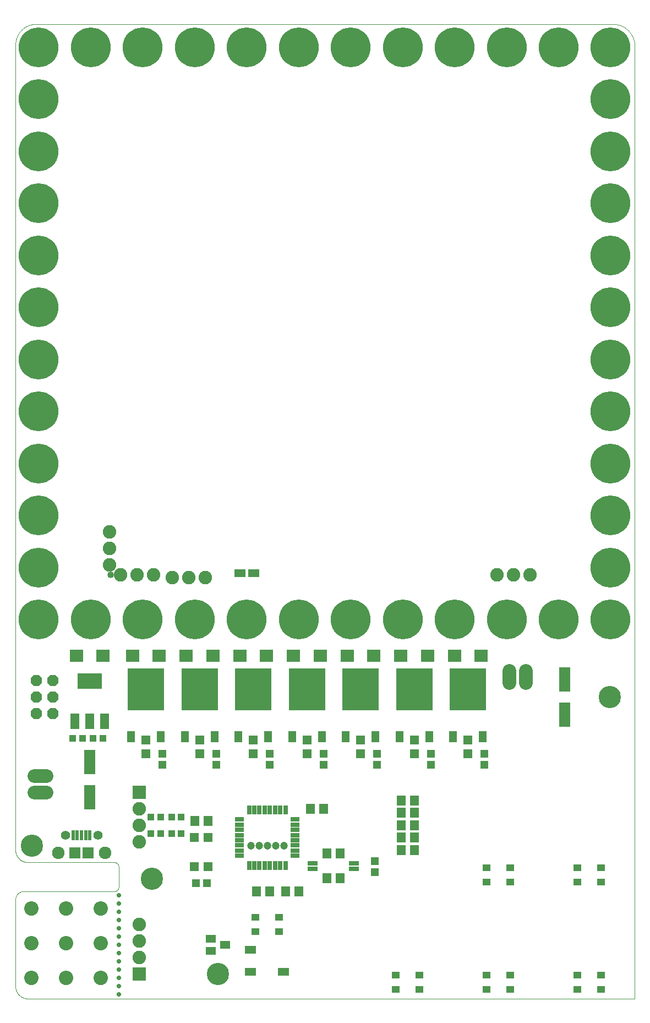
<source format=gts>
G75*
%MOIN*%
%OFA0B0*%
%FSLAX25Y25*%
%IPPOS*%
%LPD*%
%AMOC8*
5,1,8,0,0,1.08239X$1,22.5*
%
%ADD10C,0.00000*%
%ADD11C,0.08674*%
%ADD12C,0.02769*%
%ADD13R,0.05600X0.09600*%
%ADD14R,0.14973X0.09461*%
%ADD15R,0.22060X0.25209*%
%ADD16R,0.04737X0.07099*%
%ADD17R,0.05524X0.05524*%
%ADD18R,0.07887X0.07493*%
%ADD19R,0.05131X0.04737*%
%ADD20R,0.07099X0.14580*%
%ADD21R,0.03950X0.03950*%
%ADD22C,0.04737*%
%ADD23R,0.08200X0.08200*%
%ADD24C,0.08200*%
%ADD25R,0.06706X0.06902*%
%ADD26R,0.02375X0.06115*%
%ADD27C,0.05524*%
%ADD28C,0.07591*%
%ADD29R,0.05800X0.03000*%
%ADD30R,0.03000X0.05800*%
%ADD31R,0.05524X0.05918*%
%ADD32R,0.05918X0.03162*%
%ADD33R,0.04737X0.03950*%
%ADD34OC8,0.06800*%
%ADD35C,0.08200*%
%ADD36R,0.06312X0.04737*%
%ADD37R,0.06706X0.04737*%
%ADD38C,0.04000*%
%ADD39C,0.13461*%
%ADD40C,0.24091*%
D10*
X0085095Y0043933D02*
X0085095Y0096433D01*
X0085097Y0096573D01*
X0085103Y0096713D01*
X0085113Y0096853D01*
X0085126Y0096993D01*
X0085144Y0097132D01*
X0085166Y0097271D01*
X0085191Y0097408D01*
X0085220Y0097546D01*
X0085253Y0097682D01*
X0085290Y0097817D01*
X0085331Y0097951D01*
X0085376Y0098084D01*
X0085424Y0098216D01*
X0085476Y0098346D01*
X0085531Y0098475D01*
X0085590Y0098602D01*
X0085653Y0098728D01*
X0085719Y0098852D01*
X0085788Y0098973D01*
X0085861Y0099093D01*
X0085938Y0099211D01*
X0086017Y0099326D01*
X0086100Y0099440D01*
X0086186Y0099550D01*
X0086275Y0099659D01*
X0086367Y0099765D01*
X0086462Y0099868D01*
X0086559Y0099969D01*
X0086660Y0100066D01*
X0086763Y0100161D01*
X0086869Y0100253D01*
X0086978Y0100342D01*
X0087088Y0100428D01*
X0087202Y0100511D01*
X0087317Y0100590D01*
X0087435Y0100667D01*
X0087555Y0100740D01*
X0087676Y0100809D01*
X0087800Y0100875D01*
X0087926Y0100938D01*
X0088053Y0100997D01*
X0088182Y0101052D01*
X0088312Y0101104D01*
X0088444Y0101152D01*
X0088577Y0101197D01*
X0088711Y0101238D01*
X0088846Y0101275D01*
X0088982Y0101308D01*
X0089120Y0101337D01*
X0089257Y0101362D01*
X0089396Y0101384D01*
X0089535Y0101402D01*
X0089675Y0101415D01*
X0089815Y0101425D01*
X0089955Y0101431D01*
X0090095Y0101433D01*
X0145095Y0101433D01*
X0145193Y0101435D01*
X0145291Y0101441D01*
X0145389Y0101450D01*
X0145486Y0101464D01*
X0145583Y0101481D01*
X0145679Y0101502D01*
X0145774Y0101527D01*
X0145868Y0101555D01*
X0145960Y0101588D01*
X0146052Y0101623D01*
X0146142Y0101663D01*
X0146230Y0101705D01*
X0146317Y0101752D01*
X0146401Y0101801D01*
X0146484Y0101854D01*
X0146564Y0101910D01*
X0146643Y0101970D01*
X0146719Y0102032D01*
X0146792Y0102097D01*
X0146863Y0102165D01*
X0146931Y0102236D01*
X0146996Y0102309D01*
X0147058Y0102385D01*
X0147118Y0102464D01*
X0147174Y0102544D01*
X0147227Y0102627D01*
X0147276Y0102711D01*
X0147323Y0102798D01*
X0147365Y0102886D01*
X0147405Y0102976D01*
X0147440Y0103068D01*
X0147473Y0103160D01*
X0147501Y0103254D01*
X0147526Y0103349D01*
X0147547Y0103445D01*
X0147564Y0103542D01*
X0147578Y0103639D01*
X0147587Y0103737D01*
X0147593Y0103835D01*
X0147595Y0103933D01*
X0147595Y0116433D01*
X0147593Y0116531D01*
X0147587Y0116629D01*
X0147578Y0116727D01*
X0147564Y0116824D01*
X0147547Y0116921D01*
X0147526Y0117017D01*
X0147501Y0117112D01*
X0147473Y0117206D01*
X0147440Y0117298D01*
X0147405Y0117390D01*
X0147365Y0117480D01*
X0147323Y0117568D01*
X0147276Y0117655D01*
X0147227Y0117739D01*
X0147174Y0117822D01*
X0147118Y0117902D01*
X0147058Y0117981D01*
X0146996Y0118057D01*
X0146931Y0118130D01*
X0146863Y0118201D01*
X0146792Y0118269D01*
X0146719Y0118334D01*
X0146643Y0118396D01*
X0146564Y0118456D01*
X0146484Y0118512D01*
X0146401Y0118565D01*
X0146317Y0118614D01*
X0146230Y0118661D01*
X0146142Y0118703D01*
X0146052Y0118743D01*
X0145960Y0118778D01*
X0145868Y0118811D01*
X0145774Y0118839D01*
X0145679Y0118864D01*
X0145583Y0118885D01*
X0145486Y0118902D01*
X0145389Y0118916D01*
X0145291Y0118925D01*
X0145193Y0118931D01*
X0145095Y0118933D01*
X0092595Y0118933D01*
X0092414Y0118935D01*
X0092233Y0118942D01*
X0092052Y0118953D01*
X0091871Y0118968D01*
X0091691Y0118988D01*
X0091511Y0119012D01*
X0091332Y0119040D01*
X0091154Y0119073D01*
X0090977Y0119110D01*
X0090800Y0119151D01*
X0090625Y0119196D01*
X0090450Y0119246D01*
X0090277Y0119300D01*
X0090106Y0119358D01*
X0089935Y0119420D01*
X0089767Y0119487D01*
X0089600Y0119557D01*
X0089434Y0119631D01*
X0089271Y0119710D01*
X0089110Y0119792D01*
X0088950Y0119878D01*
X0088793Y0119968D01*
X0088638Y0120062D01*
X0088485Y0120159D01*
X0088335Y0120261D01*
X0088187Y0120365D01*
X0088041Y0120474D01*
X0087899Y0120585D01*
X0087759Y0120701D01*
X0087622Y0120819D01*
X0087487Y0120941D01*
X0087356Y0121066D01*
X0087228Y0121194D01*
X0087103Y0121325D01*
X0086981Y0121460D01*
X0086863Y0121597D01*
X0086747Y0121737D01*
X0086636Y0121879D01*
X0086527Y0122025D01*
X0086423Y0122173D01*
X0086321Y0122323D01*
X0086224Y0122476D01*
X0086130Y0122631D01*
X0086040Y0122788D01*
X0085954Y0122948D01*
X0085872Y0123109D01*
X0085793Y0123272D01*
X0085719Y0123438D01*
X0085649Y0123605D01*
X0085582Y0123773D01*
X0085520Y0123944D01*
X0085462Y0124115D01*
X0085408Y0124288D01*
X0085358Y0124463D01*
X0085313Y0124638D01*
X0085272Y0124815D01*
X0085235Y0124992D01*
X0085202Y0125170D01*
X0085174Y0125349D01*
X0085150Y0125529D01*
X0085130Y0125709D01*
X0085115Y0125890D01*
X0085104Y0126071D01*
X0085097Y0126252D01*
X0085095Y0126433D01*
X0085095Y0613933D01*
X0085099Y0614235D01*
X0085110Y0614537D01*
X0085128Y0614838D01*
X0085153Y0615139D01*
X0085186Y0615440D01*
X0085226Y0615739D01*
X0085273Y0616037D01*
X0085328Y0616335D01*
X0085389Y0616630D01*
X0085458Y0616924D01*
X0085534Y0617217D01*
X0085617Y0617507D01*
X0085707Y0617796D01*
X0085804Y0618082D01*
X0085907Y0618366D01*
X0086018Y0618647D01*
X0086135Y0618925D01*
X0086259Y0619201D01*
X0086390Y0619473D01*
X0086527Y0619742D01*
X0086670Y0620008D01*
X0086820Y0620270D01*
X0086977Y0620529D01*
X0087139Y0620783D01*
X0087308Y0621034D01*
X0087482Y0621280D01*
X0087663Y0621523D01*
X0087849Y0621760D01*
X0088041Y0621994D01*
X0088239Y0622222D01*
X0088442Y0622446D01*
X0088650Y0622664D01*
X0088864Y0622878D01*
X0089082Y0623086D01*
X0089306Y0623289D01*
X0089534Y0623487D01*
X0089768Y0623679D01*
X0090005Y0623865D01*
X0090248Y0624046D01*
X0090494Y0624220D01*
X0090745Y0624389D01*
X0090999Y0624551D01*
X0091258Y0624708D01*
X0091520Y0624858D01*
X0091786Y0625001D01*
X0092055Y0625138D01*
X0092327Y0625269D01*
X0092603Y0625393D01*
X0092881Y0625510D01*
X0093162Y0625621D01*
X0093446Y0625724D01*
X0093732Y0625821D01*
X0094021Y0625911D01*
X0094311Y0625994D01*
X0094604Y0626070D01*
X0094898Y0626139D01*
X0095193Y0626200D01*
X0095491Y0626255D01*
X0095789Y0626302D01*
X0096088Y0626342D01*
X0096389Y0626375D01*
X0096690Y0626400D01*
X0096991Y0626418D01*
X0097293Y0626429D01*
X0097595Y0626433D01*
X0447595Y0626433D01*
X0447917Y0626410D01*
X0448237Y0626380D01*
X0448557Y0626341D01*
X0448876Y0626295D01*
X0449194Y0626241D01*
X0449510Y0626180D01*
X0449825Y0626111D01*
X0450138Y0626034D01*
X0450449Y0625950D01*
X0450758Y0625858D01*
X0451064Y0625759D01*
X0451369Y0625652D01*
X0451670Y0625538D01*
X0451969Y0625417D01*
X0452264Y0625288D01*
X0452556Y0625153D01*
X0452845Y0625010D01*
X0453131Y0624861D01*
X0453413Y0624704D01*
X0453690Y0624541D01*
X0453964Y0624371D01*
X0454234Y0624195D01*
X0454499Y0624012D01*
X0454760Y0623823D01*
X0455016Y0623627D01*
X0455267Y0623425D01*
X0455514Y0623218D01*
X0455755Y0623004D01*
X0455991Y0622784D01*
X0456221Y0622559D01*
X0456446Y0622329D01*
X0456666Y0622093D01*
X0456880Y0621852D01*
X0457087Y0621605D01*
X0457289Y0621354D01*
X0457485Y0621098D01*
X0457674Y0620837D01*
X0457857Y0620572D01*
X0458033Y0620302D01*
X0458203Y0620028D01*
X0458366Y0619751D01*
X0458523Y0619469D01*
X0458672Y0619183D01*
X0458815Y0618894D01*
X0458950Y0618602D01*
X0459079Y0618307D01*
X0459200Y0618008D01*
X0459314Y0617707D01*
X0459421Y0617402D01*
X0459520Y0617096D01*
X0459612Y0616787D01*
X0459696Y0616476D01*
X0459773Y0616163D01*
X0459842Y0615848D01*
X0459903Y0615532D01*
X0459957Y0615214D01*
X0460003Y0614895D01*
X0460042Y0614575D01*
X0460072Y0614255D01*
X0460095Y0613933D01*
X0460095Y0036433D01*
X0092595Y0036433D01*
X0092414Y0036435D01*
X0092233Y0036442D01*
X0092052Y0036453D01*
X0091871Y0036468D01*
X0091691Y0036488D01*
X0091511Y0036512D01*
X0091332Y0036540D01*
X0091154Y0036573D01*
X0090977Y0036610D01*
X0090800Y0036651D01*
X0090625Y0036696D01*
X0090450Y0036746D01*
X0090277Y0036800D01*
X0090106Y0036858D01*
X0089935Y0036920D01*
X0089767Y0036987D01*
X0089600Y0037057D01*
X0089434Y0037131D01*
X0089271Y0037210D01*
X0089110Y0037292D01*
X0088950Y0037378D01*
X0088793Y0037468D01*
X0088638Y0037562D01*
X0088485Y0037659D01*
X0088335Y0037761D01*
X0088187Y0037865D01*
X0088041Y0037974D01*
X0087899Y0038085D01*
X0087759Y0038201D01*
X0087622Y0038319D01*
X0087487Y0038441D01*
X0087356Y0038566D01*
X0087228Y0038694D01*
X0087103Y0038825D01*
X0086981Y0038960D01*
X0086863Y0039097D01*
X0086747Y0039237D01*
X0086636Y0039379D01*
X0086527Y0039525D01*
X0086423Y0039673D01*
X0086321Y0039823D01*
X0086224Y0039976D01*
X0086130Y0040131D01*
X0086040Y0040288D01*
X0085954Y0040448D01*
X0085872Y0040609D01*
X0085793Y0040772D01*
X0085719Y0040938D01*
X0085649Y0041105D01*
X0085582Y0041273D01*
X0085520Y0041444D01*
X0085462Y0041615D01*
X0085408Y0041788D01*
X0085358Y0041963D01*
X0085313Y0042138D01*
X0085272Y0042315D01*
X0085235Y0042492D01*
X0085202Y0042670D01*
X0085174Y0042849D01*
X0085150Y0043029D01*
X0085130Y0043209D01*
X0085115Y0043390D01*
X0085104Y0043571D01*
X0085097Y0043752D01*
X0085095Y0043933D01*
X0090658Y0048933D02*
X0090660Y0049058D01*
X0090666Y0049183D01*
X0090676Y0049307D01*
X0090690Y0049431D01*
X0090707Y0049555D01*
X0090729Y0049678D01*
X0090755Y0049800D01*
X0090784Y0049922D01*
X0090817Y0050042D01*
X0090855Y0050161D01*
X0090895Y0050280D01*
X0090940Y0050396D01*
X0090988Y0050511D01*
X0091040Y0050625D01*
X0091096Y0050737D01*
X0091155Y0050847D01*
X0091217Y0050955D01*
X0091283Y0051062D01*
X0091352Y0051166D01*
X0091425Y0051267D01*
X0091500Y0051367D01*
X0091579Y0051464D01*
X0091661Y0051558D01*
X0091746Y0051650D01*
X0091833Y0051739D01*
X0091924Y0051825D01*
X0092017Y0051908D01*
X0092113Y0051989D01*
X0092211Y0052066D01*
X0092311Y0052140D01*
X0092414Y0052211D01*
X0092519Y0052278D01*
X0092627Y0052343D01*
X0092736Y0052403D01*
X0092847Y0052461D01*
X0092960Y0052514D01*
X0093074Y0052564D01*
X0093190Y0052611D01*
X0093307Y0052653D01*
X0093426Y0052692D01*
X0093546Y0052728D01*
X0093667Y0052759D01*
X0093789Y0052787D01*
X0093911Y0052810D01*
X0094035Y0052830D01*
X0094159Y0052846D01*
X0094283Y0052858D01*
X0094408Y0052866D01*
X0094533Y0052870D01*
X0094657Y0052870D01*
X0094782Y0052866D01*
X0094907Y0052858D01*
X0095031Y0052846D01*
X0095155Y0052830D01*
X0095279Y0052810D01*
X0095401Y0052787D01*
X0095523Y0052759D01*
X0095644Y0052728D01*
X0095764Y0052692D01*
X0095883Y0052653D01*
X0096000Y0052611D01*
X0096116Y0052564D01*
X0096230Y0052514D01*
X0096343Y0052461D01*
X0096454Y0052403D01*
X0096564Y0052343D01*
X0096671Y0052278D01*
X0096776Y0052211D01*
X0096879Y0052140D01*
X0096979Y0052066D01*
X0097077Y0051989D01*
X0097173Y0051908D01*
X0097266Y0051825D01*
X0097357Y0051739D01*
X0097444Y0051650D01*
X0097529Y0051558D01*
X0097611Y0051464D01*
X0097690Y0051367D01*
X0097765Y0051267D01*
X0097838Y0051166D01*
X0097907Y0051062D01*
X0097973Y0050955D01*
X0098035Y0050847D01*
X0098094Y0050737D01*
X0098150Y0050625D01*
X0098202Y0050511D01*
X0098250Y0050396D01*
X0098295Y0050280D01*
X0098335Y0050161D01*
X0098373Y0050042D01*
X0098406Y0049922D01*
X0098435Y0049800D01*
X0098461Y0049678D01*
X0098483Y0049555D01*
X0098500Y0049431D01*
X0098514Y0049307D01*
X0098524Y0049183D01*
X0098530Y0049058D01*
X0098532Y0048933D01*
X0098530Y0048808D01*
X0098524Y0048683D01*
X0098514Y0048559D01*
X0098500Y0048435D01*
X0098483Y0048311D01*
X0098461Y0048188D01*
X0098435Y0048066D01*
X0098406Y0047944D01*
X0098373Y0047824D01*
X0098335Y0047705D01*
X0098295Y0047586D01*
X0098250Y0047470D01*
X0098202Y0047355D01*
X0098150Y0047241D01*
X0098094Y0047129D01*
X0098035Y0047019D01*
X0097973Y0046911D01*
X0097907Y0046804D01*
X0097838Y0046700D01*
X0097765Y0046599D01*
X0097690Y0046499D01*
X0097611Y0046402D01*
X0097529Y0046308D01*
X0097444Y0046216D01*
X0097357Y0046127D01*
X0097266Y0046041D01*
X0097173Y0045958D01*
X0097077Y0045877D01*
X0096979Y0045800D01*
X0096879Y0045726D01*
X0096776Y0045655D01*
X0096671Y0045588D01*
X0096563Y0045523D01*
X0096454Y0045463D01*
X0096343Y0045405D01*
X0096230Y0045352D01*
X0096116Y0045302D01*
X0096000Y0045255D01*
X0095883Y0045213D01*
X0095764Y0045174D01*
X0095644Y0045138D01*
X0095523Y0045107D01*
X0095401Y0045079D01*
X0095279Y0045056D01*
X0095155Y0045036D01*
X0095031Y0045020D01*
X0094907Y0045008D01*
X0094782Y0045000D01*
X0094657Y0044996D01*
X0094533Y0044996D01*
X0094408Y0045000D01*
X0094283Y0045008D01*
X0094159Y0045020D01*
X0094035Y0045036D01*
X0093911Y0045056D01*
X0093789Y0045079D01*
X0093667Y0045107D01*
X0093546Y0045138D01*
X0093426Y0045174D01*
X0093307Y0045213D01*
X0093190Y0045255D01*
X0093074Y0045302D01*
X0092960Y0045352D01*
X0092847Y0045405D01*
X0092736Y0045463D01*
X0092626Y0045523D01*
X0092519Y0045588D01*
X0092414Y0045655D01*
X0092311Y0045726D01*
X0092211Y0045800D01*
X0092113Y0045877D01*
X0092017Y0045958D01*
X0091924Y0046041D01*
X0091833Y0046127D01*
X0091746Y0046216D01*
X0091661Y0046308D01*
X0091579Y0046402D01*
X0091500Y0046499D01*
X0091425Y0046599D01*
X0091352Y0046700D01*
X0091283Y0046804D01*
X0091217Y0046911D01*
X0091155Y0047019D01*
X0091096Y0047129D01*
X0091040Y0047241D01*
X0090988Y0047355D01*
X0090940Y0047470D01*
X0090895Y0047586D01*
X0090855Y0047705D01*
X0090817Y0047824D01*
X0090784Y0047944D01*
X0090755Y0048066D01*
X0090729Y0048188D01*
X0090707Y0048311D01*
X0090690Y0048435D01*
X0090676Y0048559D01*
X0090666Y0048683D01*
X0090660Y0048808D01*
X0090658Y0048933D01*
X0090658Y0069933D02*
X0090660Y0070058D01*
X0090666Y0070183D01*
X0090676Y0070307D01*
X0090690Y0070431D01*
X0090707Y0070555D01*
X0090729Y0070678D01*
X0090755Y0070800D01*
X0090784Y0070922D01*
X0090817Y0071042D01*
X0090855Y0071161D01*
X0090895Y0071280D01*
X0090940Y0071396D01*
X0090988Y0071511D01*
X0091040Y0071625D01*
X0091096Y0071737D01*
X0091155Y0071847D01*
X0091217Y0071955D01*
X0091283Y0072062D01*
X0091352Y0072166D01*
X0091425Y0072267D01*
X0091500Y0072367D01*
X0091579Y0072464D01*
X0091661Y0072558D01*
X0091746Y0072650D01*
X0091833Y0072739D01*
X0091924Y0072825D01*
X0092017Y0072908D01*
X0092113Y0072989D01*
X0092211Y0073066D01*
X0092311Y0073140D01*
X0092414Y0073211D01*
X0092519Y0073278D01*
X0092627Y0073343D01*
X0092736Y0073403D01*
X0092847Y0073461D01*
X0092960Y0073514D01*
X0093074Y0073564D01*
X0093190Y0073611D01*
X0093307Y0073653D01*
X0093426Y0073692D01*
X0093546Y0073728D01*
X0093667Y0073759D01*
X0093789Y0073787D01*
X0093911Y0073810D01*
X0094035Y0073830D01*
X0094159Y0073846D01*
X0094283Y0073858D01*
X0094408Y0073866D01*
X0094533Y0073870D01*
X0094657Y0073870D01*
X0094782Y0073866D01*
X0094907Y0073858D01*
X0095031Y0073846D01*
X0095155Y0073830D01*
X0095279Y0073810D01*
X0095401Y0073787D01*
X0095523Y0073759D01*
X0095644Y0073728D01*
X0095764Y0073692D01*
X0095883Y0073653D01*
X0096000Y0073611D01*
X0096116Y0073564D01*
X0096230Y0073514D01*
X0096343Y0073461D01*
X0096454Y0073403D01*
X0096564Y0073343D01*
X0096671Y0073278D01*
X0096776Y0073211D01*
X0096879Y0073140D01*
X0096979Y0073066D01*
X0097077Y0072989D01*
X0097173Y0072908D01*
X0097266Y0072825D01*
X0097357Y0072739D01*
X0097444Y0072650D01*
X0097529Y0072558D01*
X0097611Y0072464D01*
X0097690Y0072367D01*
X0097765Y0072267D01*
X0097838Y0072166D01*
X0097907Y0072062D01*
X0097973Y0071955D01*
X0098035Y0071847D01*
X0098094Y0071737D01*
X0098150Y0071625D01*
X0098202Y0071511D01*
X0098250Y0071396D01*
X0098295Y0071280D01*
X0098335Y0071161D01*
X0098373Y0071042D01*
X0098406Y0070922D01*
X0098435Y0070800D01*
X0098461Y0070678D01*
X0098483Y0070555D01*
X0098500Y0070431D01*
X0098514Y0070307D01*
X0098524Y0070183D01*
X0098530Y0070058D01*
X0098532Y0069933D01*
X0098530Y0069808D01*
X0098524Y0069683D01*
X0098514Y0069559D01*
X0098500Y0069435D01*
X0098483Y0069311D01*
X0098461Y0069188D01*
X0098435Y0069066D01*
X0098406Y0068944D01*
X0098373Y0068824D01*
X0098335Y0068705D01*
X0098295Y0068586D01*
X0098250Y0068470D01*
X0098202Y0068355D01*
X0098150Y0068241D01*
X0098094Y0068129D01*
X0098035Y0068019D01*
X0097973Y0067911D01*
X0097907Y0067804D01*
X0097838Y0067700D01*
X0097765Y0067599D01*
X0097690Y0067499D01*
X0097611Y0067402D01*
X0097529Y0067308D01*
X0097444Y0067216D01*
X0097357Y0067127D01*
X0097266Y0067041D01*
X0097173Y0066958D01*
X0097077Y0066877D01*
X0096979Y0066800D01*
X0096879Y0066726D01*
X0096776Y0066655D01*
X0096671Y0066588D01*
X0096563Y0066523D01*
X0096454Y0066463D01*
X0096343Y0066405D01*
X0096230Y0066352D01*
X0096116Y0066302D01*
X0096000Y0066255D01*
X0095883Y0066213D01*
X0095764Y0066174D01*
X0095644Y0066138D01*
X0095523Y0066107D01*
X0095401Y0066079D01*
X0095279Y0066056D01*
X0095155Y0066036D01*
X0095031Y0066020D01*
X0094907Y0066008D01*
X0094782Y0066000D01*
X0094657Y0065996D01*
X0094533Y0065996D01*
X0094408Y0066000D01*
X0094283Y0066008D01*
X0094159Y0066020D01*
X0094035Y0066036D01*
X0093911Y0066056D01*
X0093789Y0066079D01*
X0093667Y0066107D01*
X0093546Y0066138D01*
X0093426Y0066174D01*
X0093307Y0066213D01*
X0093190Y0066255D01*
X0093074Y0066302D01*
X0092960Y0066352D01*
X0092847Y0066405D01*
X0092736Y0066463D01*
X0092626Y0066523D01*
X0092519Y0066588D01*
X0092414Y0066655D01*
X0092311Y0066726D01*
X0092211Y0066800D01*
X0092113Y0066877D01*
X0092017Y0066958D01*
X0091924Y0067041D01*
X0091833Y0067127D01*
X0091746Y0067216D01*
X0091661Y0067308D01*
X0091579Y0067402D01*
X0091500Y0067499D01*
X0091425Y0067599D01*
X0091352Y0067700D01*
X0091283Y0067804D01*
X0091217Y0067911D01*
X0091155Y0068019D01*
X0091096Y0068129D01*
X0091040Y0068241D01*
X0090988Y0068355D01*
X0090940Y0068470D01*
X0090895Y0068586D01*
X0090855Y0068705D01*
X0090817Y0068824D01*
X0090784Y0068944D01*
X0090755Y0069066D01*
X0090729Y0069188D01*
X0090707Y0069311D01*
X0090690Y0069435D01*
X0090676Y0069559D01*
X0090666Y0069683D01*
X0090660Y0069808D01*
X0090658Y0069933D01*
X0090658Y0090933D02*
X0090660Y0091058D01*
X0090666Y0091183D01*
X0090676Y0091307D01*
X0090690Y0091431D01*
X0090707Y0091555D01*
X0090729Y0091678D01*
X0090755Y0091800D01*
X0090784Y0091922D01*
X0090817Y0092042D01*
X0090855Y0092161D01*
X0090895Y0092280D01*
X0090940Y0092396D01*
X0090988Y0092511D01*
X0091040Y0092625D01*
X0091096Y0092737D01*
X0091155Y0092847D01*
X0091217Y0092955D01*
X0091283Y0093062D01*
X0091352Y0093166D01*
X0091425Y0093267D01*
X0091500Y0093367D01*
X0091579Y0093464D01*
X0091661Y0093558D01*
X0091746Y0093650D01*
X0091833Y0093739D01*
X0091924Y0093825D01*
X0092017Y0093908D01*
X0092113Y0093989D01*
X0092211Y0094066D01*
X0092311Y0094140D01*
X0092414Y0094211D01*
X0092519Y0094278D01*
X0092627Y0094343D01*
X0092736Y0094403D01*
X0092847Y0094461D01*
X0092960Y0094514D01*
X0093074Y0094564D01*
X0093190Y0094611D01*
X0093307Y0094653D01*
X0093426Y0094692D01*
X0093546Y0094728D01*
X0093667Y0094759D01*
X0093789Y0094787D01*
X0093911Y0094810D01*
X0094035Y0094830D01*
X0094159Y0094846D01*
X0094283Y0094858D01*
X0094408Y0094866D01*
X0094533Y0094870D01*
X0094657Y0094870D01*
X0094782Y0094866D01*
X0094907Y0094858D01*
X0095031Y0094846D01*
X0095155Y0094830D01*
X0095279Y0094810D01*
X0095401Y0094787D01*
X0095523Y0094759D01*
X0095644Y0094728D01*
X0095764Y0094692D01*
X0095883Y0094653D01*
X0096000Y0094611D01*
X0096116Y0094564D01*
X0096230Y0094514D01*
X0096343Y0094461D01*
X0096454Y0094403D01*
X0096564Y0094343D01*
X0096671Y0094278D01*
X0096776Y0094211D01*
X0096879Y0094140D01*
X0096979Y0094066D01*
X0097077Y0093989D01*
X0097173Y0093908D01*
X0097266Y0093825D01*
X0097357Y0093739D01*
X0097444Y0093650D01*
X0097529Y0093558D01*
X0097611Y0093464D01*
X0097690Y0093367D01*
X0097765Y0093267D01*
X0097838Y0093166D01*
X0097907Y0093062D01*
X0097973Y0092955D01*
X0098035Y0092847D01*
X0098094Y0092737D01*
X0098150Y0092625D01*
X0098202Y0092511D01*
X0098250Y0092396D01*
X0098295Y0092280D01*
X0098335Y0092161D01*
X0098373Y0092042D01*
X0098406Y0091922D01*
X0098435Y0091800D01*
X0098461Y0091678D01*
X0098483Y0091555D01*
X0098500Y0091431D01*
X0098514Y0091307D01*
X0098524Y0091183D01*
X0098530Y0091058D01*
X0098532Y0090933D01*
X0098530Y0090808D01*
X0098524Y0090683D01*
X0098514Y0090559D01*
X0098500Y0090435D01*
X0098483Y0090311D01*
X0098461Y0090188D01*
X0098435Y0090066D01*
X0098406Y0089944D01*
X0098373Y0089824D01*
X0098335Y0089705D01*
X0098295Y0089586D01*
X0098250Y0089470D01*
X0098202Y0089355D01*
X0098150Y0089241D01*
X0098094Y0089129D01*
X0098035Y0089019D01*
X0097973Y0088911D01*
X0097907Y0088804D01*
X0097838Y0088700D01*
X0097765Y0088599D01*
X0097690Y0088499D01*
X0097611Y0088402D01*
X0097529Y0088308D01*
X0097444Y0088216D01*
X0097357Y0088127D01*
X0097266Y0088041D01*
X0097173Y0087958D01*
X0097077Y0087877D01*
X0096979Y0087800D01*
X0096879Y0087726D01*
X0096776Y0087655D01*
X0096671Y0087588D01*
X0096563Y0087523D01*
X0096454Y0087463D01*
X0096343Y0087405D01*
X0096230Y0087352D01*
X0096116Y0087302D01*
X0096000Y0087255D01*
X0095883Y0087213D01*
X0095764Y0087174D01*
X0095644Y0087138D01*
X0095523Y0087107D01*
X0095401Y0087079D01*
X0095279Y0087056D01*
X0095155Y0087036D01*
X0095031Y0087020D01*
X0094907Y0087008D01*
X0094782Y0087000D01*
X0094657Y0086996D01*
X0094533Y0086996D01*
X0094408Y0087000D01*
X0094283Y0087008D01*
X0094159Y0087020D01*
X0094035Y0087036D01*
X0093911Y0087056D01*
X0093789Y0087079D01*
X0093667Y0087107D01*
X0093546Y0087138D01*
X0093426Y0087174D01*
X0093307Y0087213D01*
X0093190Y0087255D01*
X0093074Y0087302D01*
X0092960Y0087352D01*
X0092847Y0087405D01*
X0092736Y0087463D01*
X0092626Y0087523D01*
X0092519Y0087588D01*
X0092414Y0087655D01*
X0092311Y0087726D01*
X0092211Y0087800D01*
X0092113Y0087877D01*
X0092017Y0087958D01*
X0091924Y0088041D01*
X0091833Y0088127D01*
X0091746Y0088216D01*
X0091661Y0088308D01*
X0091579Y0088402D01*
X0091500Y0088499D01*
X0091425Y0088599D01*
X0091352Y0088700D01*
X0091283Y0088804D01*
X0091217Y0088911D01*
X0091155Y0089019D01*
X0091096Y0089129D01*
X0091040Y0089241D01*
X0090988Y0089355D01*
X0090940Y0089470D01*
X0090895Y0089586D01*
X0090855Y0089705D01*
X0090817Y0089824D01*
X0090784Y0089944D01*
X0090755Y0090066D01*
X0090729Y0090188D01*
X0090707Y0090311D01*
X0090690Y0090435D01*
X0090676Y0090559D01*
X0090666Y0090683D01*
X0090660Y0090808D01*
X0090658Y0090933D01*
X0111658Y0090933D02*
X0111660Y0091058D01*
X0111666Y0091183D01*
X0111676Y0091307D01*
X0111690Y0091431D01*
X0111707Y0091555D01*
X0111729Y0091678D01*
X0111755Y0091800D01*
X0111784Y0091922D01*
X0111817Y0092042D01*
X0111855Y0092161D01*
X0111895Y0092280D01*
X0111940Y0092396D01*
X0111988Y0092511D01*
X0112040Y0092625D01*
X0112096Y0092737D01*
X0112155Y0092847D01*
X0112217Y0092955D01*
X0112283Y0093062D01*
X0112352Y0093166D01*
X0112425Y0093267D01*
X0112500Y0093367D01*
X0112579Y0093464D01*
X0112661Y0093558D01*
X0112746Y0093650D01*
X0112833Y0093739D01*
X0112924Y0093825D01*
X0113017Y0093908D01*
X0113113Y0093989D01*
X0113211Y0094066D01*
X0113311Y0094140D01*
X0113414Y0094211D01*
X0113519Y0094278D01*
X0113627Y0094343D01*
X0113736Y0094403D01*
X0113847Y0094461D01*
X0113960Y0094514D01*
X0114074Y0094564D01*
X0114190Y0094611D01*
X0114307Y0094653D01*
X0114426Y0094692D01*
X0114546Y0094728D01*
X0114667Y0094759D01*
X0114789Y0094787D01*
X0114911Y0094810D01*
X0115035Y0094830D01*
X0115159Y0094846D01*
X0115283Y0094858D01*
X0115408Y0094866D01*
X0115533Y0094870D01*
X0115657Y0094870D01*
X0115782Y0094866D01*
X0115907Y0094858D01*
X0116031Y0094846D01*
X0116155Y0094830D01*
X0116279Y0094810D01*
X0116401Y0094787D01*
X0116523Y0094759D01*
X0116644Y0094728D01*
X0116764Y0094692D01*
X0116883Y0094653D01*
X0117000Y0094611D01*
X0117116Y0094564D01*
X0117230Y0094514D01*
X0117343Y0094461D01*
X0117454Y0094403D01*
X0117564Y0094343D01*
X0117671Y0094278D01*
X0117776Y0094211D01*
X0117879Y0094140D01*
X0117979Y0094066D01*
X0118077Y0093989D01*
X0118173Y0093908D01*
X0118266Y0093825D01*
X0118357Y0093739D01*
X0118444Y0093650D01*
X0118529Y0093558D01*
X0118611Y0093464D01*
X0118690Y0093367D01*
X0118765Y0093267D01*
X0118838Y0093166D01*
X0118907Y0093062D01*
X0118973Y0092955D01*
X0119035Y0092847D01*
X0119094Y0092737D01*
X0119150Y0092625D01*
X0119202Y0092511D01*
X0119250Y0092396D01*
X0119295Y0092280D01*
X0119335Y0092161D01*
X0119373Y0092042D01*
X0119406Y0091922D01*
X0119435Y0091800D01*
X0119461Y0091678D01*
X0119483Y0091555D01*
X0119500Y0091431D01*
X0119514Y0091307D01*
X0119524Y0091183D01*
X0119530Y0091058D01*
X0119532Y0090933D01*
X0119530Y0090808D01*
X0119524Y0090683D01*
X0119514Y0090559D01*
X0119500Y0090435D01*
X0119483Y0090311D01*
X0119461Y0090188D01*
X0119435Y0090066D01*
X0119406Y0089944D01*
X0119373Y0089824D01*
X0119335Y0089705D01*
X0119295Y0089586D01*
X0119250Y0089470D01*
X0119202Y0089355D01*
X0119150Y0089241D01*
X0119094Y0089129D01*
X0119035Y0089019D01*
X0118973Y0088911D01*
X0118907Y0088804D01*
X0118838Y0088700D01*
X0118765Y0088599D01*
X0118690Y0088499D01*
X0118611Y0088402D01*
X0118529Y0088308D01*
X0118444Y0088216D01*
X0118357Y0088127D01*
X0118266Y0088041D01*
X0118173Y0087958D01*
X0118077Y0087877D01*
X0117979Y0087800D01*
X0117879Y0087726D01*
X0117776Y0087655D01*
X0117671Y0087588D01*
X0117563Y0087523D01*
X0117454Y0087463D01*
X0117343Y0087405D01*
X0117230Y0087352D01*
X0117116Y0087302D01*
X0117000Y0087255D01*
X0116883Y0087213D01*
X0116764Y0087174D01*
X0116644Y0087138D01*
X0116523Y0087107D01*
X0116401Y0087079D01*
X0116279Y0087056D01*
X0116155Y0087036D01*
X0116031Y0087020D01*
X0115907Y0087008D01*
X0115782Y0087000D01*
X0115657Y0086996D01*
X0115533Y0086996D01*
X0115408Y0087000D01*
X0115283Y0087008D01*
X0115159Y0087020D01*
X0115035Y0087036D01*
X0114911Y0087056D01*
X0114789Y0087079D01*
X0114667Y0087107D01*
X0114546Y0087138D01*
X0114426Y0087174D01*
X0114307Y0087213D01*
X0114190Y0087255D01*
X0114074Y0087302D01*
X0113960Y0087352D01*
X0113847Y0087405D01*
X0113736Y0087463D01*
X0113626Y0087523D01*
X0113519Y0087588D01*
X0113414Y0087655D01*
X0113311Y0087726D01*
X0113211Y0087800D01*
X0113113Y0087877D01*
X0113017Y0087958D01*
X0112924Y0088041D01*
X0112833Y0088127D01*
X0112746Y0088216D01*
X0112661Y0088308D01*
X0112579Y0088402D01*
X0112500Y0088499D01*
X0112425Y0088599D01*
X0112352Y0088700D01*
X0112283Y0088804D01*
X0112217Y0088911D01*
X0112155Y0089019D01*
X0112096Y0089129D01*
X0112040Y0089241D01*
X0111988Y0089355D01*
X0111940Y0089470D01*
X0111895Y0089586D01*
X0111855Y0089705D01*
X0111817Y0089824D01*
X0111784Y0089944D01*
X0111755Y0090066D01*
X0111729Y0090188D01*
X0111707Y0090311D01*
X0111690Y0090435D01*
X0111676Y0090559D01*
X0111666Y0090683D01*
X0111660Y0090808D01*
X0111658Y0090933D01*
X0111658Y0069933D02*
X0111660Y0070058D01*
X0111666Y0070183D01*
X0111676Y0070307D01*
X0111690Y0070431D01*
X0111707Y0070555D01*
X0111729Y0070678D01*
X0111755Y0070800D01*
X0111784Y0070922D01*
X0111817Y0071042D01*
X0111855Y0071161D01*
X0111895Y0071280D01*
X0111940Y0071396D01*
X0111988Y0071511D01*
X0112040Y0071625D01*
X0112096Y0071737D01*
X0112155Y0071847D01*
X0112217Y0071955D01*
X0112283Y0072062D01*
X0112352Y0072166D01*
X0112425Y0072267D01*
X0112500Y0072367D01*
X0112579Y0072464D01*
X0112661Y0072558D01*
X0112746Y0072650D01*
X0112833Y0072739D01*
X0112924Y0072825D01*
X0113017Y0072908D01*
X0113113Y0072989D01*
X0113211Y0073066D01*
X0113311Y0073140D01*
X0113414Y0073211D01*
X0113519Y0073278D01*
X0113627Y0073343D01*
X0113736Y0073403D01*
X0113847Y0073461D01*
X0113960Y0073514D01*
X0114074Y0073564D01*
X0114190Y0073611D01*
X0114307Y0073653D01*
X0114426Y0073692D01*
X0114546Y0073728D01*
X0114667Y0073759D01*
X0114789Y0073787D01*
X0114911Y0073810D01*
X0115035Y0073830D01*
X0115159Y0073846D01*
X0115283Y0073858D01*
X0115408Y0073866D01*
X0115533Y0073870D01*
X0115657Y0073870D01*
X0115782Y0073866D01*
X0115907Y0073858D01*
X0116031Y0073846D01*
X0116155Y0073830D01*
X0116279Y0073810D01*
X0116401Y0073787D01*
X0116523Y0073759D01*
X0116644Y0073728D01*
X0116764Y0073692D01*
X0116883Y0073653D01*
X0117000Y0073611D01*
X0117116Y0073564D01*
X0117230Y0073514D01*
X0117343Y0073461D01*
X0117454Y0073403D01*
X0117564Y0073343D01*
X0117671Y0073278D01*
X0117776Y0073211D01*
X0117879Y0073140D01*
X0117979Y0073066D01*
X0118077Y0072989D01*
X0118173Y0072908D01*
X0118266Y0072825D01*
X0118357Y0072739D01*
X0118444Y0072650D01*
X0118529Y0072558D01*
X0118611Y0072464D01*
X0118690Y0072367D01*
X0118765Y0072267D01*
X0118838Y0072166D01*
X0118907Y0072062D01*
X0118973Y0071955D01*
X0119035Y0071847D01*
X0119094Y0071737D01*
X0119150Y0071625D01*
X0119202Y0071511D01*
X0119250Y0071396D01*
X0119295Y0071280D01*
X0119335Y0071161D01*
X0119373Y0071042D01*
X0119406Y0070922D01*
X0119435Y0070800D01*
X0119461Y0070678D01*
X0119483Y0070555D01*
X0119500Y0070431D01*
X0119514Y0070307D01*
X0119524Y0070183D01*
X0119530Y0070058D01*
X0119532Y0069933D01*
X0119530Y0069808D01*
X0119524Y0069683D01*
X0119514Y0069559D01*
X0119500Y0069435D01*
X0119483Y0069311D01*
X0119461Y0069188D01*
X0119435Y0069066D01*
X0119406Y0068944D01*
X0119373Y0068824D01*
X0119335Y0068705D01*
X0119295Y0068586D01*
X0119250Y0068470D01*
X0119202Y0068355D01*
X0119150Y0068241D01*
X0119094Y0068129D01*
X0119035Y0068019D01*
X0118973Y0067911D01*
X0118907Y0067804D01*
X0118838Y0067700D01*
X0118765Y0067599D01*
X0118690Y0067499D01*
X0118611Y0067402D01*
X0118529Y0067308D01*
X0118444Y0067216D01*
X0118357Y0067127D01*
X0118266Y0067041D01*
X0118173Y0066958D01*
X0118077Y0066877D01*
X0117979Y0066800D01*
X0117879Y0066726D01*
X0117776Y0066655D01*
X0117671Y0066588D01*
X0117563Y0066523D01*
X0117454Y0066463D01*
X0117343Y0066405D01*
X0117230Y0066352D01*
X0117116Y0066302D01*
X0117000Y0066255D01*
X0116883Y0066213D01*
X0116764Y0066174D01*
X0116644Y0066138D01*
X0116523Y0066107D01*
X0116401Y0066079D01*
X0116279Y0066056D01*
X0116155Y0066036D01*
X0116031Y0066020D01*
X0115907Y0066008D01*
X0115782Y0066000D01*
X0115657Y0065996D01*
X0115533Y0065996D01*
X0115408Y0066000D01*
X0115283Y0066008D01*
X0115159Y0066020D01*
X0115035Y0066036D01*
X0114911Y0066056D01*
X0114789Y0066079D01*
X0114667Y0066107D01*
X0114546Y0066138D01*
X0114426Y0066174D01*
X0114307Y0066213D01*
X0114190Y0066255D01*
X0114074Y0066302D01*
X0113960Y0066352D01*
X0113847Y0066405D01*
X0113736Y0066463D01*
X0113626Y0066523D01*
X0113519Y0066588D01*
X0113414Y0066655D01*
X0113311Y0066726D01*
X0113211Y0066800D01*
X0113113Y0066877D01*
X0113017Y0066958D01*
X0112924Y0067041D01*
X0112833Y0067127D01*
X0112746Y0067216D01*
X0112661Y0067308D01*
X0112579Y0067402D01*
X0112500Y0067499D01*
X0112425Y0067599D01*
X0112352Y0067700D01*
X0112283Y0067804D01*
X0112217Y0067911D01*
X0112155Y0068019D01*
X0112096Y0068129D01*
X0112040Y0068241D01*
X0111988Y0068355D01*
X0111940Y0068470D01*
X0111895Y0068586D01*
X0111855Y0068705D01*
X0111817Y0068824D01*
X0111784Y0068944D01*
X0111755Y0069066D01*
X0111729Y0069188D01*
X0111707Y0069311D01*
X0111690Y0069435D01*
X0111676Y0069559D01*
X0111666Y0069683D01*
X0111660Y0069808D01*
X0111658Y0069933D01*
X0111658Y0048933D02*
X0111660Y0049058D01*
X0111666Y0049183D01*
X0111676Y0049307D01*
X0111690Y0049431D01*
X0111707Y0049555D01*
X0111729Y0049678D01*
X0111755Y0049800D01*
X0111784Y0049922D01*
X0111817Y0050042D01*
X0111855Y0050161D01*
X0111895Y0050280D01*
X0111940Y0050396D01*
X0111988Y0050511D01*
X0112040Y0050625D01*
X0112096Y0050737D01*
X0112155Y0050847D01*
X0112217Y0050955D01*
X0112283Y0051062D01*
X0112352Y0051166D01*
X0112425Y0051267D01*
X0112500Y0051367D01*
X0112579Y0051464D01*
X0112661Y0051558D01*
X0112746Y0051650D01*
X0112833Y0051739D01*
X0112924Y0051825D01*
X0113017Y0051908D01*
X0113113Y0051989D01*
X0113211Y0052066D01*
X0113311Y0052140D01*
X0113414Y0052211D01*
X0113519Y0052278D01*
X0113627Y0052343D01*
X0113736Y0052403D01*
X0113847Y0052461D01*
X0113960Y0052514D01*
X0114074Y0052564D01*
X0114190Y0052611D01*
X0114307Y0052653D01*
X0114426Y0052692D01*
X0114546Y0052728D01*
X0114667Y0052759D01*
X0114789Y0052787D01*
X0114911Y0052810D01*
X0115035Y0052830D01*
X0115159Y0052846D01*
X0115283Y0052858D01*
X0115408Y0052866D01*
X0115533Y0052870D01*
X0115657Y0052870D01*
X0115782Y0052866D01*
X0115907Y0052858D01*
X0116031Y0052846D01*
X0116155Y0052830D01*
X0116279Y0052810D01*
X0116401Y0052787D01*
X0116523Y0052759D01*
X0116644Y0052728D01*
X0116764Y0052692D01*
X0116883Y0052653D01*
X0117000Y0052611D01*
X0117116Y0052564D01*
X0117230Y0052514D01*
X0117343Y0052461D01*
X0117454Y0052403D01*
X0117564Y0052343D01*
X0117671Y0052278D01*
X0117776Y0052211D01*
X0117879Y0052140D01*
X0117979Y0052066D01*
X0118077Y0051989D01*
X0118173Y0051908D01*
X0118266Y0051825D01*
X0118357Y0051739D01*
X0118444Y0051650D01*
X0118529Y0051558D01*
X0118611Y0051464D01*
X0118690Y0051367D01*
X0118765Y0051267D01*
X0118838Y0051166D01*
X0118907Y0051062D01*
X0118973Y0050955D01*
X0119035Y0050847D01*
X0119094Y0050737D01*
X0119150Y0050625D01*
X0119202Y0050511D01*
X0119250Y0050396D01*
X0119295Y0050280D01*
X0119335Y0050161D01*
X0119373Y0050042D01*
X0119406Y0049922D01*
X0119435Y0049800D01*
X0119461Y0049678D01*
X0119483Y0049555D01*
X0119500Y0049431D01*
X0119514Y0049307D01*
X0119524Y0049183D01*
X0119530Y0049058D01*
X0119532Y0048933D01*
X0119530Y0048808D01*
X0119524Y0048683D01*
X0119514Y0048559D01*
X0119500Y0048435D01*
X0119483Y0048311D01*
X0119461Y0048188D01*
X0119435Y0048066D01*
X0119406Y0047944D01*
X0119373Y0047824D01*
X0119335Y0047705D01*
X0119295Y0047586D01*
X0119250Y0047470D01*
X0119202Y0047355D01*
X0119150Y0047241D01*
X0119094Y0047129D01*
X0119035Y0047019D01*
X0118973Y0046911D01*
X0118907Y0046804D01*
X0118838Y0046700D01*
X0118765Y0046599D01*
X0118690Y0046499D01*
X0118611Y0046402D01*
X0118529Y0046308D01*
X0118444Y0046216D01*
X0118357Y0046127D01*
X0118266Y0046041D01*
X0118173Y0045958D01*
X0118077Y0045877D01*
X0117979Y0045800D01*
X0117879Y0045726D01*
X0117776Y0045655D01*
X0117671Y0045588D01*
X0117563Y0045523D01*
X0117454Y0045463D01*
X0117343Y0045405D01*
X0117230Y0045352D01*
X0117116Y0045302D01*
X0117000Y0045255D01*
X0116883Y0045213D01*
X0116764Y0045174D01*
X0116644Y0045138D01*
X0116523Y0045107D01*
X0116401Y0045079D01*
X0116279Y0045056D01*
X0116155Y0045036D01*
X0116031Y0045020D01*
X0115907Y0045008D01*
X0115782Y0045000D01*
X0115657Y0044996D01*
X0115533Y0044996D01*
X0115408Y0045000D01*
X0115283Y0045008D01*
X0115159Y0045020D01*
X0115035Y0045036D01*
X0114911Y0045056D01*
X0114789Y0045079D01*
X0114667Y0045107D01*
X0114546Y0045138D01*
X0114426Y0045174D01*
X0114307Y0045213D01*
X0114190Y0045255D01*
X0114074Y0045302D01*
X0113960Y0045352D01*
X0113847Y0045405D01*
X0113736Y0045463D01*
X0113626Y0045523D01*
X0113519Y0045588D01*
X0113414Y0045655D01*
X0113311Y0045726D01*
X0113211Y0045800D01*
X0113113Y0045877D01*
X0113017Y0045958D01*
X0112924Y0046041D01*
X0112833Y0046127D01*
X0112746Y0046216D01*
X0112661Y0046308D01*
X0112579Y0046402D01*
X0112500Y0046499D01*
X0112425Y0046599D01*
X0112352Y0046700D01*
X0112283Y0046804D01*
X0112217Y0046911D01*
X0112155Y0047019D01*
X0112096Y0047129D01*
X0112040Y0047241D01*
X0111988Y0047355D01*
X0111940Y0047470D01*
X0111895Y0047586D01*
X0111855Y0047705D01*
X0111817Y0047824D01*
X0111784Y0047944D01*
X0111755Y0048066D01*
X0111729Y0048188D01*
X0111707Y0048311D01*
X0111690Y0048435D01*
X0111676Y0048559D01*
X0111666Y0048683D01*
X0111660Y0048808D01*
X0111658Y0048933D01*
X0132658Y0048933D02*
X0132660Y0049058D01*
X0132666Y0049183D01*
X0132676Y0049307D01*
X0132690Y0049431D01*
X0132707Y0049555D01*
X0132729Y0049678D01*
X0132755Y0049800D01*
X0132784Y0049922D01*
X0132817Y0050042D01*
X0132855Y0050161D01*
X0132895Y0050280D01*
X0132940Y0050396D01*
X0132988Y0050511D01*
X0133040Y0050625D01*
X0133096Y0050737D01*
X0133155Y0050847D01*
X0133217Y0050955D01*
X0133283Y0051062D01*
X0133352Y0051166D01*
X0133425Y0051267D01*
X0133500Y0051367D01*
X0133579Y0051464D01*
X0133661Y0051558D01*
X0133746Y0051650D01*
X0133833Y0051739D01*
X0133924Y0051825D01*
X0134017Y0051908D01*
X0134113Y0051989D01*
X0134211Y0052066D01*
X0134311Y0052140D01*
X0134414Y0052211D01*
X0134519Y0052278D01*
X0134627Y0052343D01*
X0134736Y0052403D01*
X0134847Y0052461D01*
X0134960Y0052514D01*
X0135074Y0052564D01*
X0135190Y0052611D01*
X0135307Y0052653D01*
X0135426Y0052692D01*
X0135546Y0052728D01*
X0135667Y0052759D01*
X0135789Y0052787D01*
X0135911Y0052810D01*
X0136035Y0052830D01*
X0136159Y0052846D01*
X0136283Y0052858D01*
X0136408Y0052866D01*
X0136533Y0052870D01*
X0136657Y0052870D01*
X0136782Y0052866D01*
X0136907Y0052858D01*
X0137031Y0052846D01*
X0137155Y0052830D01*
X0137279Y0052810D01*
X0137401Y0052787D01*
X0137523Y0052759D01*
X0137644Y0052728D01*
X0137764Y0052692D01*
X0137883Y0052653D01*
X0138000Y0052611D01*
X0138116Y0052564D01*
X0138230Y0052514D01*
X0138343Y0052461D01*
X0138454Y0052403D01*
X0138564Y0052343D01*
X0138671Y0052278D01*
X0138776Y0052211D01*
X0138879Y0052140D01*
X0138979Y0052066D01*
X0139077Y0051989D01*
X0139173Y0051908D01*
X0139266Y0051825D01*
X0139357Y0051739D01*
X0139444Y0051650D01*
X0139529Y0051558D01*
X0139611Y0051464D01*
X0139690Y0051367D01*
X0139765Y0051267D01*
X0139838Y0051166D01*
X0139907Y0051062D01*
X0139973Y0050955D01*
X0140035Y0050847D01*
X0140094Y0050737D01*
X0140150Y0050625D01*
X0140202Y0050511D01*
X0140250Y0050396D01*
X0140295Y0050280D01*
X0140335Y0050161D01*
X0140373Y0050042D01*
X0140406Y0049922D01*
X0140435Y0049800D01*
X0140461Y0049678D01*
X0140483Y0049555D01*
X0140500Y0049431D01*
X0140514Y0049307D01*
X0140524Y0049183D01*
X0140530Y0049058D01*
X0140532Y0048933D01*
X0140530Y0048808D01*
X0140524Y0048683D01*
X0140514Y0048559D01*
X0140500Y0048435D01*
X0140483Y0048311D01*
X0140461Y0048188D01*
X0140435Y0048066D01*
X0140406Y0047944D01*
X0140373Y0047824D01*
X0140335Y0047705D01*
X0140295Y0047586D01*
X0140250Y0047470D01*
X0140202Y0047355D01*
X0140150Y0047241D01*
X0140094Y0047129D01*
X0140035Y0047019D01*
X0139973Y0046911D01*
X0139907Y0046804D01*
X0139838Y0046700D01*
X0139765Y0046599D01*
X0139690Y0046499D01*
X0139611Y0046402D01*
X0139529Y0046308D01*
X0139444Y0046216D01*
X0139357Y0046127D01*
X0139266Y0046041D01*
X0139173Y0045958D01*
X0139077Y0045877D01*
X0138979Y0045800D01*
X0138879Y0045726D01*
X0138776Y0045655D01*
X0138671Y0045588D01*
X0138563Y0045523D01*
X0138454Y0045463D01*
X0138343Y0045405D01*
X0138230Y0045352D01*
X0138116Y0045302D01*
X0138000Y0045255D01*
X0137883Y0045213D01*
X0137764Y0045174D01*
X0137644Y0045138D01*
X0137523Y0045107D01*
X0137401Y0045079D01*
X0137279Y0045056D01*
X0137155Y0045036D01*
X0137031Y0045020D01*
X0136907Y0045008D01*
X0136782Y0045000D01*
X0136657Y0044996D01*
X0136533Y0044996D01*
X0136408Y0045000D01*
X0136283Y0045008D01*
X0136159Y0045020D01*
X0136035Y0045036D01*
X0135911Y0045056D01*
X0135789Y0045079D01*
X0135667Y0045107D01*
X0135546Y0045138D01*
X0135426Y0045174D01*
X0135307Y0045213D01*
X0135190Y0045255D01*
X0135074Y0045302D01*
X0134960Y0045352D01*
X0134847Y0045405D01*
X0134736Y0045463D01*
X0134626Y0045523D01*
X0134519Y0045588D01*
X0134414Y0045655D01*
X0134311Y0045726D01*
X0134211Y0045800D01*
X0134113Y0045877D01*
X0134017Y0045958D01*
X0133924Y0046041D01*
X0133833Y0046127D01*
X0133746Y0046216D01*
X0133661Y0046308D01*
X0133579Y0046402D01*
X0133500Y0046499D01*
X0133425Y0046599D01*
X0133352Y0046700D01*
X0133283Y0046804D01*
X0133217Y0046911D01*
X0133155Y0047019D01*
X0133096Y0047129D01*
X0133040Y0047241D01*
X0132988Y0047355D01*
X0132940Y0047470D01*
X0132895Y0047586D01*
X0132855Y0047705D01*
X0132817Y0047824D01*
X0132784Y0047944D01*
X0132755Y0048066D01*
X0132729Y0048188D01*
X0132707Y0048311D01*
X0132690Y0048435D01*
X0132676Y0048559D01*
X0132666Y0048683D01*
X0132660Y0048808D01*
X0132658Y0048933D01*
X0146611Y0048933D02*
X0146613Y0048995D01*
X0146619Y0049058D01*
X0146629Y0049119D01*
X0146643Y0049180D01*
X0146660Y0049240D01*
X0146681Y0049299D01*
X0146707Y0049356D01*
X0146735Y0049411D01*
X0146767Y0049465D01*
X0146803Y0049516D01*
X0146841Y0049566D01*
X0146883Y0049612D01*
X0146927Y0049656D01*
X0146975Y0049697D01*
X0147024Y0049735D01*
X0147076Y0049769D01*
X0147130Y0049800D01*
X0147186Y0049828D01*
X0147244Y0049852D01*
X0147303Y0049873D01*
X0147363Y0049889D01*
X0147424Y0049902D01*
X0147486Y0049911D01*
X0147548Y0049916D01*
X0147611Y0049917D01*
X0147673Y0049914D01*
X0147735Y0049907D01*
X0147797Y0049896D01*
X0147857Y0049881D01*
X0147917Y0049863D01*
X0147975Y0049841D01*
X0148032Y0049815D01*
X0148087Y0049785D01*
X0148140Y0049752D01*
X0148191Y0049716D01*
X0148239Y0049677D01*
X0148285Y0049634D01*
X0148328Y0049589D01*
X0148368Y0049541D01*
X0148405Y0049491D01*
X0148439Y0049438D01*
X0148470Y0049384D01*
X0148496Y0049328D01*
X0148520Y0049270D01*
X0148539Y0049210D01*
X0148555Y0049150D01*
X0148567Y0049088D01*
X0148575Y0049027D01*
X0148579Y0048964D01*
X0148579Y0048902D01*
X0148575Y0048839D01*
X0148567Y0048778D01*
X0148555Y0048716D01*
X0148539Y0048656D01*
X0148520Y0048596D01*
X0148496Y0048538D01*
X0148470Y0048482D01*
X0148439Y0048428D01*
X0148405Y0048375D01*
X0148368Y0048325D01*
X0148328Y0048277D01*
X0148285Y0048232D01*
X0148239Y0048189D01*
X0148191Y0048150D01*
X0148140Y0048114D01*
X0148087Y0048081D01*
X0148032Y0048051D01*
X0147975Y0048025D01*
X0147917Y0048003D01*
X0147857Y0047985D01*
X0147797Y0047970D01*
X0147735Y0047959D01*
X0147673Y0047952D01*
X0147611Y0047949D01*
X0147548Y0047950D01*
X0147486Y0047955D01*
X0147424Y0047964D01*
X0147363Y0047977D01*
X0147303Y0047993D01*
X0147244Y0048014D01*
X0147186Y0048038D01*
X0147130Y0048066D01*
X0147076Y0048097D01*
X0147024Y0048131D01*
X0146975Y0048169D01*
X0146927Y0048210D01*
X0146883Y0048254D01*
X0146841Y0048300D01*
X0146803Y0048350D01*
X0146767Y0048401D01*
X0146735Y0048455D01*
X0146707Y0048510D01*
X0146681Y0048567D01*
X0146660Y0048626D01*
X0146643Y0048686D01*
X0146629Y0048747D01*
X0146619Y0048808D01*
X0146613Y0048871D01*
X0146611Y0048933D01*
X0146611Y0043933D02*
X0146613Y0043995D01*
X0146619Y0044058D01*
X0146629Y0044119D01*
X0146643Y0044180D01*
X0146660Y0044240D01*
X0146681Y0044299D01*
X0146707Y0044356D01*
X0146735Y0044411D01*
X0146767Y0044465D01*
X0146803Y0044516D01*
X0146841Y0044566D01*
X0146883Y0044612D01*
X0146927Y0044656D01*
X0146975Y0044697D01*
X0147024Y0044735D01*
X0147076Y0044769D01*
X0147130Y0044800D01*
X0147186Y0044828D01*
X0147244Y0044852D01*
X0147303Y0044873D01*
X0147363Y0044889D01*
X0147424Y0044902D01*
X0147486Y0044911D01*
X0147548Y0044916D01*
X0147611Y0044917D01*
X0147673Y0044914D01*
X0147735Y0044907D01*
X0147797Y0044896D01*
X0147857Y0044881D01*
X0147917Y0044863D01*
X0147975Y0044841D01*
X0148032Y0044815D01*
X0148087Y0044785D01*
X0148140Y0044752D01*
X0148191Y0044716D01*
X0148239Y0044677D01*
X0148285Y0044634D01*
X0148328Y0044589D01*
X0148368Y0044541D01*
X0148405Y0044491D01*
X0148439Y0044438D01*
X0148470Y0044384D01*
X0148496Y0044328D01*
X0148520Y0044270D01*
X0148539Y0044210D01*
X0148555Y0044150D01*
X0148567Y0044088D01*
X0148575Y0044027D01*
X0148579Y0043964D01*
X0148579Y0043902D01*
X0148575Y0043839D01*
X0148567Y0043778D01*
X0148555Y0043716D01*
X0148539Y0043656D01*
X0148520Y0043596D01*
X0148496Y0043538D01*
X0148470Y0043482D01*
X0148439Y0043428D01*
X0148405Y0043375D01*
X0148368Y0043325D01*
X0148328Y0043277D01*
X0148285Y0043232D01*
X0148239Y0043189D01*
X0148191Y0043150D01*
X0148140Y0043114D01*
X0148087Y0043081D01*
X0148032Y0043051D01*
X0147975Y0043025D01*
X0147917Y0043003D01*
X0147857Y0042985D01*
X0147797Y0042970D01*
X0147735Y0042959D01*
X0147673Y0042952D01*
X0147611Y0042949D01*
X0147548Y0042950D01*
X0147486Y0042955D01*
X0147424Y0042964D01*
X0147363Y0042977D01*
X0147303Y0042993D01*
X0147244Y0043014D01*
X0147186Y0043038D01*
X0147130Y0043066D01*
X0147076Y0043097D01*
X0147024Y0043131D01*
X0146975Y0043169D01*
X0146927Y0043210D01*
X0146883Y0043254D01*
X0146841Y0043300D01*
X0146803Y0043350D01*
X0146767Y0043401D01*
X0146735Y0043455D01*
X0146707Y0043510D01*
X0146681Y0043567D01*
X0146660Y0043626D01*
X0146643Y0043686D01*
X0146629Y0043747D01*
X0146619Y0043808D01*
X0146613Y0043871D01*
X0146611Y0043933D01*
X0146611Y0038933D02*
X0146613Y0038995D01*
X0146619Y0039058D01*
X0146629Y0039119D01*
X0146643Y0039180D01*
X0146660Y0039240D01*
X0146681Y0039299D01*
X0146707Y0039356D01*
X0146735Y0039411D01*
X0146767Y0039465D01*
X0146803Y0039516D01*
X0146841Y0039566D01*
X0146883Y0039612D01*
X0146927Y0039656D01*
X0146975Y0039697D01*
X0147024Y0039735D01*
X0147076Y0039769D01*
X0147130Y0039800D01*
X0147186Y0039828D01*
X0147244Y0039852D01*
X0147303Y0039873D01*
X0147363Y0039889D01*
X0147424Y0039902D01*
X0147486Y0039911D01*
X0147548Y0039916D01*
X0147611Y0039917D01*
X0147673Y0039914D01*
X0147735Y0039907D01*
X0147797Y0039896D01*
X0147857Y0039881D01*
X0147917Y0039863D01*
X0147975Y0039841D01*
X0148032Y0039815D01*
X0148087Y0039785D01*
X0148140Y0039752D01*
X0148191Y0039716D01*
X0148239Y0039677D01*
X0148285Y0039634D01*
X0148328Y0039589D01*
X0148368Y0039541D01*
X0148405Y0039491D01*
X0148439Y0039438D01*
X0148470Y0039384D01*
X0148496Y0039328D01*
X0148520Y0039270D01*
X0148539Y0039210D01*
X0148555Y0039150D01*
X0148567Y0039088D01*
X0148575Y0039027D01*
X0148579Y0038964D01*
X0148579Y0038902D01*
X0148575Y0038839D01*
X0148567Y0038778D01*
X0148555Y0038716D01*
X0148539Y0038656D01*
X0148520Y0038596D01*
X0148496Y0038538D01*
X0148470Y0038482D01*
X0148439Y0038428D01*
X0148405Y0038375D01*
X0148368Y0038325D01*
X0148328Y0038277D01*
X0148285Y0038232D01*
X0148239Y0038189D01*
X0148191Y0038150D01*
X0148140Y0038114D01*
X0148087Y0038081D01*
X0148032Y0038051D01*
X0147975Y0038025D01*
X0147917Y0038003D01*
X0147857Y0037985D01*
X0147797Y0037970D01*
X0147735Y0037959D01*
X0147673Y0037952D01*
X0147611Y0037949D01*
X0147548Y0037950D01*
X0147486Y0037955D01*
X0147424Y0037964D01*
X0147363Y0037977D01*
X0147303Y0037993D01*
X0147244Y0038014D01*
X0147186Y0038038D01*
X0147130Y0038066D01*
X0147076Y0038097D01*
X0147024Y0038131D01*
X0146975Y0038169D01*
X0146927Y0038210D01*
X0146883Y0038254D01*
X0146841Y0038300D01*
X0146803Y0038350D01*
X0146767Y0038401D01*
X0146735Y0038455D01*
X0146707Y0038510D01*
X0146681Y0038567D01*
X0146660Y0038626D01*
X0146643Y0038686D01*
X0146629Y0038747D01*
X0146619Y0038808D01*
X0146613Y0038871D01*
X0146611Y0038933D01*
X0146611Y0053933D02*
X0146613Y0053995D01*
X0146619Y0054058D01*
X0146629Y0054119D01*
X0146643Y0054180D01*
X0146660Y0054240D01*
X0146681Y0054299D01*
X0146707Y0054356D01*
X0146735Y0054411D01*
X0146767Y0054465D01*
X0146803Y0054516D01*
X0146841Y0054566D01*
X0146883Y0054612D01*
X0146927Y0054656D01*
X0146975Y0054697D01*
X0147024Y0054735D01*
X0147076Y0054769D01*
X0147130Y0054800D01*
X0147186Y0054828D01*
X0147244Y0054852D01*
X0147303Y0054873D01*
X0147363Y0054889D01*
X0147424Y0054902D01*
X0147486Y0054911D01*
X0147548Y0054916D01*
X0147611Y0054917D01*
X0147673Y0054914D01*
X0147735Y0054907D01*
X0147797Y0054896D01*
X0147857Y0054881D01*
X0147917Y0054863D01*
X0147975Y0054841D01*
X0148032Y0054815D01*
X0148087Y0054785D01*
X0148140Y0054752D01*
X0148191Y0054716D01*
X0148239Y0054677D01*
X0148285Y0054634D01*
X0148328Y0054589D01*
X0148368Y0054541D01*
X0148405Y0054491D01*
X0148439Y0054438D01*
X0148470Y0054384D01*
X0148496Y0054328D01*
X0148520Y0054270D01*
X0148539Y0054210D01*
X0148555Y0054150D01*
X0148567Y0054088D01*
X0148575Y0054027D01*
X0148579Y0053964D01*
X0148579Y0053902D01*
X0148575Y0053839D01*
X0148567Y0053778D01*
X0148555Y0053716D01*
X0148539Y0053656D01*
X0148520Y0053596D01*
X0148496Y0053538D01*
X0148470Y0053482D01*
X0148439Y0053428D01*
X0148405Y0053375D01*
X0148368Y0053325D01*
X0148328Y0053277D01*
X0148285Y0053232D01*
X0148239Y0053189D01*
X0148191Y0053150D01*
X0148140Y0053114D01*
X0148087Y0053081D01*
X0148032Y0053051D01*
X0147975Y0053025D01*
X0147917Y0053003D01*
X0147857Y0052985D01*
X0147797Y0052970D01*
X0147735Y0052959D01*
X0147673Y0052952D01*
X0147611Y0052949D01*
X0147548Y0052950D01*
X0147486Y0052955D01*
X0147424Y0052964D01*
X0147363Y0052977D01*
X0147303Y0052993D01*
X0147244Y0053014D01*
X0147186Y0053038D01*
X0147130Y0053066D01*
X0147076Y0053097D01*
X0147024Y0053131D01*
X0146975Y0053169D01*
X0146927Y0053210D01*
X0146883Y0053254D01*
X0146841Y0053300D01*
X0146803Y0053350D01*
X0146767Y0053401D01*
X0146735Y0053455D01*
X0146707Y0053510D01*
X0146681Y0053567D01*
X0146660Y0053626D01*
X0146643Y0053686D01*
X0146629Y0053747D01*
X0146619Y0053808D01*
X0146613Y0053871D01*
X0146611Y0053933D01*
X0146611Y0058933D02*
X0146613Y0058995D01*
X0146619Y0059058D01*
X0146629Y0059119D01*
X0146643Y0059180D01*
X0146660Y0059240D01*
X0146681Y0059299D01*
X0146707Y0059356D01*
X0146735Y0059411D01*
X0146767Y0059465D01*
X0146803Y0059516D01*
X0146841Y0059566D01*
X0146883Y0059612D01*
X0146927Y0059656D01*
X0146975Y0059697D01*
X0147024Y0059735D01*
X0147076Y0059769D01*
X0147130Y0059800D01*
X0147186Y0059828D01*
X0147244Y0059852D01*
X0147303Y0059873D01*
X0147363Y0059889D01*
X0147424Y0059902D01*
X0147486Y0059911D01*
X0147548Y0059916D01*
X0147611Y0059917D01*
X0147673Y0059914D01*
X0147735Y0059907D01*
X0147797Y0059896D01*
X0147857Y0059881D01*
X0147917Y0059863D01*
X0147975Y0059841D01*
X0148032Y0059815D01*
X0148087Y0059785D01*
X0148140Y0059752D01*
X0148191Y0059716D01*
X0148239Y0059677D01*
X0148285Y0059634D01*
X0148328Y0059589D01*
X0148368Y0059541D01*
X0148405Y0059491D01*
X0148439Y0059438D01*
X0148470Y0059384D01*
X0148496Y0059328D01*
X0148520Y0059270D01*
X0148539Y0059210D01*
X0148555Y0059150D01*
X0148567Y0059088D01*
X0148575Y0059027D01*
X0148579Y0058964D01*
X0148579Y0058902D01*
X0148575Y0058839D01*
X0148567Y0058778D01*
X0148555Y0058716D01*
X0148539Y0058656D01*
X0148520Y0058596D01*
X0148496Y0058538D01*
X0148470Y0058482D01*
X0148439Y0058428D01*
X0148405Y0058375D01*
X0148368Y0058325D01*
X0148328Y0058277D01*
X0148285Y0058232D01*
X0148239Y0058189D01*
X0148191Y0058150D01*
X0148140Y0058114D01*
X0148087Y0058081D01*
X0148032Y0058051D01*
X0147975Y0058025D01*
X0147917Y0058003D01*
X0147857Y0057985D01*
X0147797Y0057970D01*
X0147735Y0057959D01*
X0147673Y0057952D01*
X0147611Y0057949D01*
X0147548Y0057950D01*
X0147486Y0057955D01*
X0147424Y0057964D01*
X0147363Y0057977D01*
X0147303Y0057993D01*
X0147244Y0058014D01*
X0147186Y0058038D01*
X0147130Y0058066D01*
X0147076Y0058097D01*
X0147024Y0058131D01*
X0146975Y0058169D01*
X0146927Y0058210D01*
X0146883Y0058254D01*
X0146841Y0058300D01*
X0146803Y0058350D01*
X0146767Y0058401D01*
X0146735Y0058455D01*
X0146707Y0058510D01*
X0146681Y0058567D01*
X0146660Y0058626D01*
X0146643Y0058686D01*
X0146629Y0058747D01*
X0146619Y0058808D01*
X0146613Y0058871D01*
X0146611Y0058933D01*
X0146611Y0063933D02*
X0146613Y0063995D01*
X0146619Y0064058D01*
X0146629Y0064119D01*
X0146643Y0064180D01*
X0146660Y0064240D01*
X0146681Y0064299D01*
X0146707Y0064356D01*
X0146735Y0064411D01*
X0146767Y0064465D01*
X0146803Y0064516D01*
X0146841Y0064566D01*
X0146883Y0064612D01*
X0146927Y0064656D01*
X0146975Y0064697D01*
X0147024Y0064735D01*
X0147076Y0064769D01*
X0147130Y0064800D01*
X0147186Y0064828D01*
X0147244Y0064852D01*
X0147303Y0064873D01*
X0147363Y0064889D01*
X0147424Y0064902D01*
X0147486Y0064911D01*
X0147548Y0064916D01*
X0147611Y0064917D01*
X0147673Y0064914D01*
X0147735Y0064907D01*
X0147797Y0064896D01*
X0147857Y0064881D01*
X0147917Y0064863D01*
X0147975Y0064841D01*
X0148032Y0064815D01*
X0148087Y0064785D01*
X0148140Y0064752D01*
X0148191Y0064716D01*
X0148239Y0064677D01*
X0148285Y0064634D01*
X0148328Y0064589D01*
X0148368Y0064541D01*
X0148405Y0064491D01*
X0148439Y0064438D01*
X0148470Y0064384D01*
X0148496Y0064328D01*
X0148520Y0064270D01*
X0148539Y0064210D01*
X0148555Y0064150D01*
X0148567Y0064088D01*
X0148575Y0064027D01*
X0148579Y0063964D01*
X0148579Y0063902D01*
X0148575Y0063839D01*
X0148567Y0063778D01*
X0148555Y0063716D01*
X0148539Y0063656D01*
X0148520Y0063596D01*
X0148496Y0063538D01*
X0148470Y0063482D01*
X0148439Y0063428D01*
X0148405Y0063375D01*
X0148368Y0063325D01*
X0148328Y0063277D01*
X0148285Y0063232D01*
X0148239Y0063189D01*
X0148191Y0063150D01*
X0148140Y0063114D01*
X0148087Y0063081D01*
X0148032Y0063051D01*
X0147975Y0063025D01*
X0147917Y0063003D01*
X0147857Y0062985D01*
X0147797Y0062970D01*
X0147735Y0062959D01*
X0147673Y0062952D01*
X0147611Y0062949D01*
X0147548Y0062950D01*
X0147486Y0062955D01*
X0147424Y0062964D01*
X0147363Y0062977D01*
X0147303Y0062993D01*
X0147244Y0063014D01*
X0147186Y0063038D01*
X0147130Y0063066D01*
X0147076Y0063097D01*
X0147024Y0063131D01*
X0146975Y0063169D01*
X0146927Y0063210D01*
X0146883Y0063254D01*
X0146841Y0063300D01*
X0146803Y0063350D01*
X0146767Y0063401D01*
X0146735Y0063455D01*
X0146707Y0063510D01*
X0146681Y0063567D01*
X0146660Y0063626D01*
X0146643Y0063686D01*
X0146629Y0063747D01*
X0146619Y0063808D01*
X0146613Y0063871D01*
X0146611Y0063933D01*
X0146611Y0068933D02*
X0146613Y0068995D01*
X0146619Y0069058D01*
X0146629Y0069119D01*
X0146643Y0069180D01*
X0146660Y0069240D01*
X0146681Y0069299D01*
X0146707Y0069356D01*
X0146735Y0069411D01*
X0146767Y0069465D01*
X0146803Y0069516D01*
X0146841Y0069566D01*
X0146883Y0069612D01*
X0146927Y0069656D01*
X0146975Y0069697D01*
X0147024Y0069735D01*
X0147076Y0069769D01*
X0147130Y0069800D01*
X0147186Y0069828D01*
X0147244Y0069852D01*
X0147303Y0069873D01*
X0147363Y0069889D01*
X0147424Y0069902D01*
X0147486Y0069911D01*
X0147548Y0069916D01*
X0147611Y0069917D01*
X0147673Y0069914D01*
X0147735Y0069907D01*
X0147797Y0069896D01*
X0147857Y0069881D01*
X0147917Y0069863D01*
X0147975Y0069841D01*
X0148032Y0069815D01*
X0148087Y0069785D01*
X0148140Y0069752D01*
X0148191Y0069716D01*
X0148239Y0069677D01*
X0148285Y0069634D01*
X0148328Y0069589D01*
X0148368Y0069541D01*
X0148405Y0069491D01*
X0148439Y0069438D01*
X0148470Y0069384D01*
X0148496Y0069328D01*
X0148520Y0069270D01*
X0148539Y0069210D01*
X0148555Y0069150D01*
X0148567Y0069088D01*
X0148575Y0069027D01*
X0148579Y0068964D01*
X0148579Y0068902D01*
X0148575Y0068839D01*
X0148567Y0068778D01*
X0148555Y0068716D01*
X0148539Y0068656D01*
X0148520Y0068596D01*
X0148496Y0068538D01*
X0148470Y0068482D01*
X0148439Y0068428D01*
X0148405Y0068375D01*
X0148368Y0068325D01*
X0148328Y0068277D01*
X0148285Y0068232D01*
X0148239Y0068189D01*
X0148191Y0068150D01*
X0148140Y0068114D01*
X0148087Y0068081D01*
X0148032Y0068051D01*
X0147975Y0068025D01*
X0147917Y0068003D01*
X0147857Y0067985D01*
X0147797Y0067970D01*
X0147735Y0067959D01*
X0147673Y0067952D01*
X0147611Y0067949D01*
X0147548Y0067950D01*
X0147486Y0067955D01*
X0147424Y0067964D01*
X0147363Y0067977D01*
X0147303Y0067993D01*
X0147244Y0068014D01*
X0147186Y0068038D01*
X0147130Y0068066D01*
X0147076Y0068097D01*
X0147024Y0068131D01*
X0146975Y0068169D01*
X0146927Y0068210D01*
X0146883Y0068254D01*
X0146841Y0068300D01*
X0146803Y0068350D01*
X0146767Y0068401D01*
X0146735Y0068455D01*
X0146707Y0068510D01*
X0146681Y0068567D01*
X0146660Y0068626D01*
X0146643Y0068686D01*
X0146629Y0068747D01*
X0146619Y0068808D01*
X0146613Y0068871D01*
X0146611Y0068933D01*
X0146611Y0073933D02*
X0146613Y0073995D01*
X0146619Y0074058D01*
X0146629Y0074119D01*
X0146643Y0074180D01*
X0146660Y0074240D01*
X0146681Y0074299D01*
X0146707Y0074356D01*
X0146735Y0074411D01*
X0146767Y0074465D01*
X0146803Y0074516D01*
X0146841Y0074566D01*
X0146883Y0074612D01*
X0146927Y0074656D01*
X0146975Y0074697D01*
X0147024Y0074735D01*
X0147076Y0074769D01*
X0147130Y0074800D01*
X0147186Y0074828D01*
X0147244Y0074852D01*
X0147303Y0074873D01*
X0147363Y0074889D01*
X0147424Y0074902D01*
X0147486Y0074911D01*
X0147548Y0074916D01*
X0147611Y0074917D01*
X0147673Y0074914D01*
X0147735Y0074907D01*
X0147797Y0074896D01*
X0147857Y0074881D01*
X0147917Y0074863D01*
X0147975Y0074841D01*
X0148032Y0074815D01*
X0148087Y0074785D01*
X0148140Y0074752D01*
X0148191Y0074716D01*
X0148239Y0074677D01*
X0148285Y0074634D01*
X0148328Y0074589D01*
X0148368Y0074541D01*
X0148405Y0074491D01*
X0148439Y0074438D01*
X0148470Y0074384D01*
X0148496Y0074328D01*
X0148520Y0074270D01*
X0148539Y0074210D01*
X0148555Y0074150D01*
X0148567Y0074088D01*
X0148575Y0074027D01*
X0148579Y0073964D01*
X0148579Y0073902D01*
X0148575Y0073839D01*
X0148567Y0073778D01*
X0148555Y0073716D01*
X0148539Y0073656D01*
X0148520Y0073596D01*
X0148496Y0073538D01*
X0148470Y0073482D01*
X0148439Y0073428D01*
X0148405Y0073375D01*
X0148368Y0073325D01*
X0148328Y0073277D01*
X0148285Y0073232D01*
X0148239Y0073189D01*
X0148191Y0073150D01*
X0148140Y0073114D01*
X0148087Y0073081D01*
X0148032Y0073051D01*
X0147975Y0073025D01*
X0147917Y0073003D01*
X0147857Y0072985D01*
X0147797Y0072970D01*
X0147735Y0072959D01*
X0147673Y0072952D01*
X0147611Y0072949D01*
X0147548Y0072950D01*
X0147486Y0072955D01*
X0147424Y0072964D01*
X0147363Y0072977D01*
X0147303Y0072993D01*
X0147244Y0073014D01*
X0147186Y0073038D01*
X0147130Y0073066D01*
X0147076Y0073097D01*
X0147024Y0073131D01*
X0146975Y0073169D01*
X0146927Y0073210D01*
X0146883Y0073254D01*
X0146841Y0073300D01*
X0146803Y0073350D01*
X0146767Y0073401D01*
X0146735Y0073455D01*
X0146707Y0073510D01*
X0146681Y0073567D01*
X0146660Y0073626D01*
X0146643Y0073686D01*
X0146629Y0073747D01*
X0146619Y0073808D01*
X0146613Y0073871D01*
X0146611Y0073933D01*
X0146611Y0078933D02*
X0146613Y0078995D01*
X0146619Y0079058D01*
X0146629Y0079119D01*
X0146643Y0079180D01*
X0146660Y0079240D01*
X0146681Y0079299D01*
X0146707Y0079356D01*
X0146735Y0079411D01*
X0146767Y0079465D01*
X0146803Y0079516D01*
X0146841Y0079566D01*
X0146883Y0079612D01*
X0146927Y0079656D01*
X0146975Y0079697D01*
X0147024Y0079735D01*
X0147076Y0079769D01*
X0147130Y0079800D01*
X0147186Y0079828D01*
X0147244Y0079852D01*
X0147303Y0079873D01*
X0147363Y0079889D01*
X0147424Y0079902D01*
X0147486Y0079911D01*
X0147548Y0079916D01*
X0147611Y0079917D01*
X0147673Y0079914D01*
X0147735Y0079907D01*
X0147797Y0079896D01*
X0147857Y0079881D01*
X0147917Y0079863D01*
X0147975Y0079841D01*
X0148032Y0079815D01*
X0148087Y0079785D01*
X0148140Y0079752D01*
X0148191Y0079716D01*
X0148239Y0079677D01*
X0148285Y0079634D01*
X0148328Y0079589D01*
X0148368Y0079541D01*
X0148405Y0079491D01*
X0148439Y0079438D01*
X0148470Y0079384D01*
X0148496Y0079328D01*
X0148520Y0079270D01*
X0148539Y0079210D01*
X0148555Y0079150D01*
X0148567Y0079088D01*
X0148575Y0079027D01*
X0148579Y0078964D01*
X0148579Y0078902D01*
X0148575Y0078839D01*
X0148567Y0078778D01*
X0148555Y0078716D01*
X0148539Y0078656D01*
X0148520Y0078596D01*
X0148496Y0078538D01*
X0148470Y0078482D01*
X0148439Y0078428D01*
X0148405Y0078375D01*
X0148368Y0078325D01*
X0148328Y0078277D01*
X0148285Y0078232D01*
X0148239Y0078189D01*
X0148191Y0078150D01*
X0148140Y0078114D01*
X0148087Y0078081D01*
X0148032Y0078051D01*
X0147975Y0078025D01*
X0147917Y0078003D01*
X0147857Y0077985D01*
X0147797Y0077970D01*
X0147735Y0077959D01*
X0147673Y0077952D01*
X0147611Y0077949D01*
X0147548Y0077950D01*
X0147486Y0077955D01*
X0147424Y0077964D01*
X0147363Y0077977D01*
X0147303Y0077993D01*
X0147244Y0078014D01*
X0147186Y0078038D01*
X0147130Y0078066D01*
X0147076Y0078097D01*
X0147024Y0078131D01*
X0146975Y0078169D01*
X0146927Y0078210D01*
X0146883Y0078254D01*
X0146841Y0078300D01*
X0146803Y0078350D01*
X0146767Y0078401D01*
X0146735Y0078455D01*
X0146707Y0078510D01*
X0146681Y0078567D01*
X0146660Y0078626D01*
X0146643Y0078686D01*
X0146629Y0078747D01*
X0146619Y0078808D01*
X0146613Y0078871D01*
X0146611Y0078933D01*
X0146611Y0083933D02*
X0146613Y0083995D01*
X0146619Y0084058D01*
X0146629Y0084119D01*
X0146643Y0084180D01*
X0146660Y0084240D01*
X0146681Y0084299D01*
X0146707Y0084356D01*
X0146735Y0084411D01*
X0146767Y0084465D01*
X0146803Y0084516D01*
X0146841Y0084566D01*
X0146883Y0084612D01*
X0146927Y0084656D01*
X0146975Y0084697D01*
X0147024Y0084735D01*
X0147076Y0084769D01*
X0147130Y0084800D01*
X0147186Y0084828D01*
X0147244Y0084852D01*
X0147303Y0084873D01*
X0147363Y0084889D01*
X0147424Y0084902D01*
X0147486Y0084911D01*
X0147548Y0084916D01*
X0147611Y0084917D01*
X0147673Y0084914D01*
X0147735Y0084907D01*
X0147797Y0084896D01*
X0147857Y0084881D01*
X0147917Y0084863D01*
X0147975Y0084841D01*
X0148032Y0084815D01*
X0148087Y0084785D01*
X0148140Y0084752D01*
X0148191Y0084716D01*
X0148239Y0084677D01*
X0148285Y0084634D01*
X0148328Y0084589D01*
X0148368Y0084541D01*
X0148405Y0084491D01*
X0148439Y0084438D01*
X0148470Y0084384D01*
X0148496Y0084328D01*
X0148520Y0084270D01*
X0148539Y0084210D01*
X0148555Y0084150D01*
X0148567Y0084088D01*
X0148575Y0084027D01*
X0148579Y0083964D01*
X0148579Y0083902D01*
X0148575Y0083839D01*
X0148567Y0083778D01*
X0148555Y0083716D01*
X0148539Y0083656D01*
X0148520Y0083596D01*
X0148496Y0083538D01*
X0148470Y0083482D01*
X0148439Y0083428D01*
X0148405Y0083375D01*
X0148368Y0083325D01*
X0148328Y0083277D01*
X0148285Y0083232D01*
X0148239Y0083189D01*
X0148191Y0083150D01*
X0148140Y0083114D01*
X0148087Y0083081D01*
X0148032Y0083051D01*
X0147975Y0083025D01*
X0147917Y0083003D01*
X0147857Y0082985D01*
X0147797Y0082970D01*
X0147735Y0082959D01*
X0147673Y0082952D01*
X0147611Y0082949D01*
X0147548Y0082950D01*
X0147486Y0082955D01*
X0147424Y0082964D01*
X0147363Y0082977D01*
X0147303Y0082993D01*
X0147244Y0083014D01*
X0147186Y0083038D01*
X0147130Y0083066D01*
X0147076Y0083097D01*
X0147024Y0083131D01*
X0146975Y0083169D01*
X0146927Y0083210D01*
X0146883Y0083254D01*
X0146841Y0083300D01*
X0146803Y0083350D01*
X0146767Y0083401D01*
X0146735Y0083455D01*
X0146707Y0083510D01*
X0146681Y0083567D01*
X0146660Y0083626D01*
X0146643Y0083686D01*
X0146629Y0083747D01*
X0146619Y0083808D01*
X0146613Y0083871D01*
X0146611Y0083933D01*
X0146611Y0088933D02*
X0146613Y0088995D01*
X0146619Y0089058D01*
X0146629Y0089119D01*
X0146643Y0089180D01*
X0146660Y0089240D01*
X0146681Y0089299D01*
X0146707Y0089356D01*
X0146735Y0089411D01*
X0146767Y0089465D01*
X0146803Y0089516D01*
X0146841Y0089566D01*
X0146883Y0089612D01*
X0146927Y0089656D01*
X0146975Y0089697D01*
X0147024Y0089735D01*
X0147076Y0089769D01*
X0147130Y0089800D01*
X0147186Y0089828D01*
X0147244Y0089852D01*
X0147303Y0089873D01*
X0147363Y0089889D01*
X0147424Y0089902D01*
X0147486Y0089911D01*
X0147548Y0089916D01*
X0147611Y0089917D01*
X0147673Y0089914D01*
X0147735Y0089907D01*
X0147797Y0089896D01*
X0147857Y0089881D01*
X0147917Y0089863D01*
X0147975Y0089841D01*
X0148032Y0089815D01*
X0148087Y0089785D01*
X0148140Y0089752D01*
X0148191Y0089716D01*
X0148239Y0089677D01*
X0148285Y0089634D01*
X0148328Y0089589D01*
X0148368Y0089541D01*
X0148405Y0089491D01*
X0148439Y0089438D01*
X0148470Y0089384D01*
X0148496Y0089328D01*
X0148520Y0089270D01*
X0148539Y0089210D01*
X0148555Y0089150D01*
X0148567Y0089088D01*
X0148575Y0089027D01*
X0148579Y0088964D01*
X0148579Y0088902D01*
X0148575Y0088839D01*
X0148567Y0088778D01*
X0148555Y0088716D01*
X0148539Y0088656D01*
X0148520Y0088596D01*
X0148496Y0088538D01*
X0148470Y0088482D01*
X0148439Y0088428D01*
X0148405Y0088375D01*
X0148368Y0088325D01*
X0148328Y0088277D01*
X0148285Y0088232D01*
X0148239Y0088189D01*
X0148191Y0088150D01*
X0148140Y0088114D01*
X0148087Y0088081D01*
X0148032Y0088051D01*
X0147975Y0088025D01*
X0147917Y0088003D01*
X0147857Y0087985D01*
X0147797Y0087970D01*
X0147735Y0087959D01*
X0147673Y0087952D01*
X0147611Y0087949D01*
X0147548Y0087950D01*
X0147486Y0087955D01*
X0147424Y0087964D01*
X0147363Y0087977D01*
X0147303Y0087993D01*
X0147244Y0088014D01*
X0147186Y0088038D01*
X0147130Y0088066D01*
X0147076Y0088097D01*
X0147024Y0088131D01*
X0146975Y0088169D01*
X0146927Y0088210D01*
X0146883Y0088254D01*
X0146841Y0088300D01*
X0146803Y0088350D01*
X0146767Y0088401D01*
X0146735Y0088455D01*
X0146707Y0088510D01*
X0146681Y0088567D01*
X0146660Y0088626D01*
X0146643Y0088686D01*
X0146629Y0088747D01*
X0146619Y0088808D01*
X0146613Y0088871D01*
X0146611Y0088933D01*
X0146611Y0093933D02*
X0146613Y0093995D01*
X0146619Y0094058D01*
X0146629Y0094119D01*
X0146643Y0094180D01*
X0146660Y0094240D01*
X0146681Y0094299D01*
X0146707Y0094356D01*
X0146735Y0094411D01*
X0146767Y0094465D01*
X0146803Y0094516D01*
X0146841Y0094566D01*
X0146883Y0094612D01*
X0146927Y0094656D01*
X0146975Y0094697D01*
X0147024Y0094735D01*
X0147076Y0094769D01*
X0147130Y0094800D01*
X0147186Y0094828D01*
X0147244Y0094852D01*
X0147303Y0094873D01*
X0147363Y0094889D01*
X0147424Y0094902D01*
X0147486Y0094911D01*
X0147548Y0094916D01*
X0147611Y0094917D01*
X0147673Y0094914D01*
X0147735Y0094907D01*
X0147797Y0094896D01*
X0147857Y0094881D01*
X0147917Y0094863D01*
X0147975Y0094841D01*
X0148032Y0094815D01*
X0148087Y0094785D01*
X0148140Y0094752D01*
X0148191Y0094716D01*
X0148239Y0094677D01*
X0148285Y0094634D01*
X0148328Y0094589D01*
X0148368Y0094541D01*
X0148405Y0094491D01*
X0148439Y0094438D01*
X0148470Y0094384D01*
X0148496Y0094328D01*
X0148520Y0094270D01*
X0148539Y0094210D01*
X0148555Y0094150D01*
X0148567Y0094088D01*
X0148575Y0094027D01*
X0148579Y0093964D01*
X0148579Y0093902D01*
X0148575Y0093839D01*
X0148567Y0093778D01*
X0148555Y0093716D01*
X0148539Y0093656D01*
X0148520Y0093596D01*
X0148496Y0093538D01*
X0148470Y0093482D01*
X0148439Y0093428D01*
X0148405Y0093375D01*
X0148368Y0093325D01*
X0148328Y0093277D01*
X0148285Y0093232D01*
X0148239Y0093189D01*
X0148191Y0093150D01*
X0148140Y0093114D01*
X0148087Y0093081D01*
X0148032Y0093051D01*
X0147975Y0093025D01*
X0147917Y0093003D01*
X0147857Y0092985D01*
X0147797Y0092970D01*
X0147735Y0092959D01*
X0147673Y0092952D01*
X0147611Y0092949D01*
X0147548Y0092950D01*
X0147486Y0092955D01*
X0147424Y0092964D01*
X0147363Y0092977D01*
X0147303Y0092993D01*
X0147244Y0093014D01*
X0147186Y0093038D01*
X0147130Y0093066D01*
X0147076Y0093097D01*
X0147024Y0093131D01*
X0146975Y0093169D01*
X0146927Y0093210D01*
X0146883Y0093254D01*
X0146841Y0093300D01*
X0146803Y0093350D01*
X0146767Y0093401D01*
X0146735Y0093455D01*
X0146707Y0093510D01*
X0146681Y0093567D01*
X0146660Y0093626D01*
X0146643Y0093686D01*
X0146629Y0093747D01*
X0146619Y0093808D01*
X0146613Y0093871D01*
X0146611Y0093933D01*
X0146611Y0098933D02*
X0146613Y0098995D01*
X0146619Y0099058D01*
X0146629Y0099119D01*
X0146643Y0099180D01*
X0146660Y0099240D01*
X0146681Y0099299D01*
X0146707Y0099356D01*
X0146735Y0099411D01*
X0146767Y0099465D01*
X0146803Y0099516D01*
X0146841Y0099566D01*
X0146883Y0099612D01*
X0146927Y0099656D01*
X0146975Y0099697D01*
X0147024Y0099735D01*
X0147076Y0099769D01*
X0147130Y0099800D01*
X0147186Y0099828D01*
X0147244Y0099852D01*
X0147303Y0099873D01*
X0147363Y0099889D01*
X0147424Y0099902D01*
X0147486Y0099911D01*
X0147548Y0099916D01*
X0147611Y0099917D01*
X0147673Y0099914D01*
X0147735Y0099907D01*
X0147797Y0099896D01*
X0147857Y0099881D01*
X0147917Y0099863D01*
X0147975Y0099841D01*
X0148032Y0099815D01*
X0148087Y0099785D01*
X0148140Y0099752D01*
X0148191Y0099716D01*
X0148239Y0099677D01*
X0148285Y0099634D01*
X0148328Y0099589D01*
X0148368Y0099541D01*
X0148405Y0099491D01*
X0148439Y0099438D01*
X0148470Y0099384D01*
X0148496Y0099328D01*
X0148520Y0099270D01*
X0148539Y0099210D01*
X0148555Y0099150D01*
X0148567Y0099088D01*
X0148575Y0099027D01*
X0148579Y0098964D01*
X0148579Y0098902D01*
X0148575Y0098839D01*
X0148567Y0098778D01*
X0148555Y0098716D01*
X0148539Y0098656D01*
X0148520Y0098596D01*
X0148496Y0098538D01*
X0148470Y0098482D01*
X0148439Y0098428D01*
X0148405Y0098375D01*
X0148368Y0098325D01*
X0148328Y0098277D01*
X0148285Y0098232D01*
X0148239Y0098189D01*
X0148191Y0098150D01*
X0148140Y0098114D01*
X0148087Y0098081D01*
X0148032Y0098051D01*
X0147975Y0098025D01*
X0147917Y0098003D01*
X0147857Y0097985D01*
X0147797Y0097970D01*
X0147735Y0097959D01*
X0147673Y0097952D01*
X0147611Y0097949D01*
X0147548Y0097950D01*
X0147486Y0097955D01*
X0147424Y0097964D01*
X0147363Y0097977D01*
X0147303Y0097993D01*
X0147244Y0098014D01*
X0147186Y0098038D01*
X0147130Y0098066D01*
X0147076Y0098097D01*
X0147024Y0098131D01*
X0146975Y0098169D01*
X0146927Y0098210D01*
X0146883Y0098254D01*
X0146841Y0098300D01*
X0146803Y0098350D01*
X0146767Y0098401D01*
X0146735Y0098455D01*
X0146707Y0098510D01*
X0146681Y0098567D01*
X0146660Y0098626D01*
X0146643Y0098686D01*
X0146629Y0098747D01*
X0146619Y0098808D01*
X0146613Y0098871D01*
X0146611Y0098933D01*
X0132658Y0090933D02*
X0132660Y0091058D01*
X0132666Y0091183D01*
X0132676Y0091307D01*
X0132690Y0091431D01*
X0132707Y0091555D01*
X0132729Y0091678D01*
X0132755Y0091800D01*
X0132784Y0091922D01*
X0132817Y0092042D01*
X0132855Y0092161D01*
X0132895Y0092280D01*
X0132940Y0092396D01*
X0132988Y0092511D01*
X0133040Y0092625D01*
X0133096Y0092737D01*
X0133155Y0092847D01*
X0133217Y0092955D01*
X0133283Y0093062D01*
X0133352Y0093166D01*
X0133425Y0093267D01*
X0133500Y0093367D01*
X0133579Y0093464D01*
X0133661Y0093558D01*
X0133746Y0093650D01*
X0133833Y0093739D01*
X0133924Y0093825D01*
X0134017Y0093908D01*
X0134113Y0093989D01*
X0134211Y0094066D01*
X0134311Y0094140D01*
X0134414Y0094211D01*
X0134519Y0094278D01*
X0134627Y0094343D01*
X0134736Y0094403D01*
X0134847Y0094461D01*
X0134960Y0094514D01*
X0135074Y0094564D01*
X0135190Y0094611D01*
X0135307Y0094653D01*
X0135426Y0094692D01*
X0135546Y0094728D01*
X0135667Y0094759D01*
X0135789Y0094787D01*
X0135911Y0094810D01*
X0136035Y0094830D01*
X0136159Y0094846D01*
X0136283Y0094858D01*
X0136408Y0094866D01*
X0136533Y0094870D01*
X0136657Y0094870D01*
X0136782Y0094866D01*
X0136907Y0094858D01*
X0137031Y0094846D01*
X0137155Y0094830D01*
X0137279Y0094810D01*
X0137401Y0094787D01*
X0137523Y0094759D01*
X0137644Y0094728D01*
X0137764Y0094692D01*
X0137883Y0094653D01*
X0138000Y0094611D01*
X0138116Y0094564D01*
X0138230Y0094514D01*
X0138343Y0094461D01*
X0138454Y0094403D01*
X0138564Y0094343D01*
X0138671Y0094278D01*
X0138776Y0094211D01*
X0138879Y0094140D01*
X0138979Y0094066D01*
X0139077Y0093989D01*
X0139173Y0093908D01*
X0139266Y0093825D01*
X0139357Y0093739D01*
X0139444Y0093650D01*
X0139529Y0093558D01*
X0139611Y0093464D01*
X0139690Y0093367D01*
X0139765Y0093267D01*
X0139838Y0093166D01*
X0139907Y0093062D01*
X0139973Y0092955D01*
X0140035Y0092847D01*
X0140094Y0092737D01*
X0140150Y0092625D01*
X0140202Y0092511D01*
X0140250Y0092396D01*
X0140295Y0092280D01*
X0140335Y0092161D01*
X0140373Y0092042D01*
X0140406Y0091922D01*
X0140435Y0091800D01*
X0140461Y0091678D01*
X0140483Y0091555D01*
X0140500Y0091431D01*
X0140514Y0091307D01*
X0140524Y0091183D01*
X0140530Y0091058D01*
X0140532Y0090933D01*
X0140530Y0090808D01*
X0140524Y0090683D01*
X0140514Y0090559D01*
X0140500Y0090435D01*
X0140483Y0090311D01*
X0140461Y0090188D01*
X0140435Y0090066D01*
X0140406Y0089944D01*
X0140373Y0089824D01*
X0140335Y0089705D01*
X0140295Y0089586D01*
X0140250Y0089470D01*
X0140202Y0089355D01*
X0140150Y0089241D01*
X0140094Y0089129D01*
X0140035Y0089019D01*
X0139973Y0088911D01*
X0139907Y0088804D01*
X0139838Y0088700D01*
X0139765Y0088599D01*
X0139690Y0088499D01*
X0139611Y0088402D01*
X0139529Y0088308D01*
X0139444Y0088216D01*
X0139357Y0088127D01*
X0139266Y0088041D01*
X0139173Y0087958D01*
X0139077Y0087877D01*
X0138979Y0087800D01*
X0138879Y0087726D01*
X0138776Y0087655D01*
X0138671Y0087588D01*
X0138563Y0087523D01*
X0138454Y0087463D01*
X0138343Y0087405D01*
X0138230Y0087352D01*
X0138116Y0087302D01*
X0138000Y0087255D01*
X0137883Y0087213D01*
X0137764Y0087174D01*
X0137644Y0087138D01*
X0137523Y0087107D01*
X0137401Y0087079D01*
X0137279Y0087056D01*
X0137155Y0087036D01*
X0137031Y0087020D01*
X0136907Y0087008D01*
X0136782Y0087000D01*
X0136657Y0086996D01*
X0136533Y0086996D01*
X0136408Y0087000D01*
X0136283Y0087008D01*
X0136159Y0087020D01*
X0136035Y0087036D01*
X0135911Y0087056D01*
X0135789Y0087079D01*
X0135667Y0087107D01*
X0135546Y0087138D01*
X0135426Y0087174D01*
X0135307Y0087213D01*
X0135190Y0087255D01*
X0135074Y0087302D01*
X0134960Y0087352D01*
X0134847Y0087405D01*
X0134736Y0087463D01*
X0134626Y0087523D01*
X0134519Y0087588D01*
X0134414Y0087655D01*
X0134311Y0087726D01*
X0134211Y0087800D01*
X0134113Y0087877D01*
X0134017Y0087958D01*
X0133924Y0088041D01*
X0133833Y0088127D01*
X0133746Y0088216D01*
X0133661Y0088308D01*
X0133579Y0088402D01*
X0133500Y0088499D01*
X0133425Y0088599D01*
X0133352Y0088700D01*
X0133283Y0088804D01*
X0133217Y0088911D01*
X0133155Y0089019D01*
X0133096Y0089129D01*
X0133040Y0089241D01*
X0132988Y0089355D01*
X0132940Y0089470D01*
X0132895Y0089586D01*
X0132855Y0089705D01*
X0132817Y0089824D01*
X0132784Y0089944D01*
X0132755Y0090066D01*
X0132729Y0090188D01*
X0132707Y0090311D01*
X0132690Y0090435D01*
X0132676Y0090559D01*
X0132666Y0090683D01*
X0132660Y0090808D01*
X0132658Y0090933D01*
X0132658Y0069933D02*
X0132660Y0070058D01*
X0132666Y0070183D01*
X0132676Y0070307D01*
X0132690Y0070431D01*
X0132707Y0070555D01*
X0132729Y0070678D01*
X0132755Y0070800D01*
X0132784Y0070922D01*
X0132817Y0071042D01*
X0132855Y0071161D01*
X0132895Y0071280D01*
X0132940Y0071396D01*
X0132988Y0071511D01*
X0133040Y0071625D01*
X0133096Y0071737D01*
X0133155Y0071847D01*
X0133217Y0071955D01*
X0133283Y0072062D01*
X0133352Y0072166D01*
X0133425Y0072267D01*
X0133500Y0072367D01*
X0133579Y0072464D01*
X0133661Y0072558D01*
X0133746Y0072650D01*
X0133833Y0072739D01*
X0133924Y0072825D01*
X0134017Y0072908D01*
X0134113Y0072989D01*
X0134211Y0073066D01*
X0134311Y0073140D01*
X0134414Y0073211D01*
X0134519Y0073278D01*
X0134627Y0073343D01*
X0134736Y0073403D01*
X0134847Y0073461D01*
X0134960Y0073514D01*
X0135074Y0073564D01*
X0135190Y0073611D01*
X0135307Y0073653D01*
X0135426Y0073692D01*
X0135546Y0073728D01*
X0135667Y0073759D01*
X0135789Y0073787D01*
X0135911Y0073810D01*
X0136035Y0073830D01*
X0136159Y0073846D01*
X0136283Y0073858D01*
X0136408Y0073866D01*
X0136533Y0073870D01*
X0136657Y0073870D01*
X0136782Y0073866D01*
X0136907Y0073858D01*
X0137031Y0073846D01*
X0137155Y0073830D01*
X0137279Y0073810D01*
X0137401Y0073787D01*
X0137523Y0073759D01*
X0137644Y0073728D01*
X0137764Y0073692D01*
X0137883Y0073653D01*
X0138000Y0073611D01*
X0138116Y0073564D01*
X0138230Y0073514D01*
X0138343Y0073461D01*
X0138454Y0073403D01*
X0138564Y0073343D01*
X0138671Y0073278D01*
X0138776Y0073211D01*
X0138879Y0073140D01*
X0138979Y0073066D01*
X0139077Y0072989D01*
X0139173Y0072908D01*
X0139266Y0072825D01*
X0139357Y0072739D01*
X0139444Y0072650D01*
X0139529Y0072558D01*
X0139611Y0072464D01*
X0139690Y0072367D01*
X0139765Y0072267D01*
X0139838Y0072166D01*
X0139907Y0072062D01*
X0139973Y0071955D01*
X0140035Y0071847D01*
X0140094Y0071737D01*
X0140150Y0071625D01*
X0140202Y0071511D01*
X0140250Y0071396D01*
X0140295Y0071280D01*
X0140335Y0071161D01*
X0140373Y0071042D01*
X0140406Y0070922D01*
X0140435Y0070800D01*
X0140461Y0070678D01*
X0140483Y0070555D01*
X0140500Y0070431D01*
X0140514Y0070307D01*
X0140524Y0070183D01*
X0140530Y0070058D01*
X0140532Y0069933D01*
X0140530Y0069808D01*
X0140524Y0069683D01*
X0140514Y0069559D01*
X0140500Y0069435D01*
X0140483Y0069311D01*
X0140461Y0069188D01*
X0140435Y0069066D01*
X0140406Y0068944D01*
X0140373Y0068824D01*
X0140335Y0068705D01*
X0140295Y0068586D01*
X0140250Y0068470D01*
X0140202Y0068355D01*
X0140150Y0068241D01*
X0140094Y0068129D01*
X0140035Y0068019D01*
X0139973Y0067911D01*
X0139907Y0067804D01*
X0139838Y0067700D01*
X0139765Y0067599D01*
X0139690Y0067499D01*
X0139611Y0067402D01*
X0139529Y0067308D01*
X0139444Y0067216D01*
X0139357Y0067127D01*
X0139266Y0067041D01*
X0139173Y0066958D01*
X0139077Y0066877D01*
X0138979Y0066800D01*
X0138879Y0066726D01*
X0138776Y0066655D01*
X0138671Y0066588D01*
X0138563Y0066523D01*
X0138454Y0066463D01*
X0138343Y0066405D01*
X0138230Y0066352D01*
X0138116Y0066302D01*
X0138000Y0066255D01*
X0137883Y0066213D01*
X0137764Y0066174D01*
X0137644Y0066138D01*
X0137523Y0066107D01*
X0137401Y0066079D01*
X0137279Y0066056D01*
X0137155Y0066036D01*
X0137031Y0066020D01*
X0136907Y0066008D01*
X0136782Y0066000D01*
X0136657Y0065996D01*
X0136533Y0065996D01*
X0136408Y0066000D01*
X0136283Y0066008D01*
X0136159Y0066020D01*
X0136035Y0066036D01*
X0135911Y0066056D01*
X0135789Y0066079D01*
X0135667Y0066107D01*
X0135546Y0066138D01*
X0135426Y0066174D01*
X0135307Y0066213D01*
X0135190Y0066255D01*
X0135074Y0066302D01*
X0134960Y0066352D01*
X0134847Y0066405D01*
X0134736Y0066463D01*
X0134626Y0066523D01*
X0134519Y0066588D01*
X0134414Y0066655D01*
X0134311Y0066726D01*
X0134211Y0066800D01*
X0134113Y0066877D01*
X0134017Y0066958D01*
X0133924Y0067041D01*
X0133833Y0067127D01*
X0133746Y0067216D01*
X0133661Y0067308D01*
X0133579Y0067402D01*
X0133500Y0067499D01*
X0133425Y0067599D01*
X0133352Y0067700D01*
X0133283Y0067804D01*
X0133217Y0067911D01*
X0133155Y0068019D01*
X0133096Y0068129D01*
X0133040Y0068241D01*
X0132988Y0068355D01*
X0132940Y0068470D01*
X0132895Y0068586D01*
X0132855Y0068705D01*
X0132817Y0068824D01*
X0132784Y0068944D01*
X0132755Y0069066D01*
X0132729Y0069188D01*
X0132707Y0069311D01*
X0132690Y0069435D01*
X0132676Y0069559D01*
X0132666Y0069683D01*
X0132660Y0069808D01*
X0132658Y0069933D01*
D11*
X0136595Y0069933D03*
X0136595Y0048933D03*
X0115595Y0048933D03*
X0115595Y0069933D03*
X0115595Y0090933D03*
X0094595Y0090933D03*
X0094595Y0069933D03*
X0094595Y0048933D03*
X0136595Y0090933D03*
D12*
X0147595Y0088933D03*
X0147595Y0083933D03*
X0147595Y0078933D03*
X0147595Y0073933D03*
X0147595Y0068933D03*
X0147595Y0063933D03*
X0147595Y0058933D03*
X0147595Y0053933D03*
X0147595Y0048933D03*
X0147595Y0043933D03*
X0147595Y0038933D03*
X0147595Y0093933D03*
X0147595Y0098933D03*
D13*
X0139195Y0204233D03*
X0130095Y0204233D03*
X0120995Y0204233D03*
D14*
X0130095Y0228634D03*
D15*
X0164095Y0223776D03*
X0196595Y0223776D03*
X0229095Y0223776D03*
X0261595Y0223776D03*
X0294095Y0223776D03*
X0326595Y0223776D03*
X0359095Y0223776D03*
D16*
X0350119Y0195035D03*
X0335572Y0195035D03*
X0317619Y0195035D03*
X0303072Y0195035D03*
X0285119Y0195035D03*
X0270572Y0195035D03*
X0252619Y0195035D03*
X0238072Y0195035D03*
X0220119Y0195035D03*
X0205572Y0195035D03*
X0187619Y0195035D03*
X0173072Y0195035D03*
X0155119Y0195035D03*
X0368072Y0195035D03*
D17*
X0359095Y0193067D03*
X0359095Y0184799D03*
X0326595Y0184799D03*
X0326595Y0193067D03*
X0294095Y0193067D03*
X0294095Y0184799D03*
X0261595Y0184799D03*
X0261595Y0193067D03*
X0229095Y0193067D03*
X0229095Y0184799D03*
X0196595Y0184799D03*
X0196595Y0193067D03*
X0164095Y0193067D03*
X0164095Y0184799D03*
X0193461Y0133933D03*
X0201729Y0133933D03*
X0201729Y0116433D03*
X0193461Y0116433D03*
D18*
X0188524Y0243933D03*
X0204666Y0243933D03*
X0221024Y0243933D03*
X0237166Y0243933D03*
X0253524Y0243933D03*
X0269666Y0243933D03*
X0286024Y0243933D03*
X0302166Y0243933D03*
X0318524Y0243933D03*
X0334666Y0243933D03*
X0351024Y0243933D03*
X0367166Y0243933D03*
X0172166Y0243933D03*
X0156024Y0243933D03*
X0138166Y0243933D03*
X0122024Y0243933D03*
D19*
X0174095Y0184780D03*
X0174095Y0178087D03*
X0206595Y0178087D03*
X0206595Y0184780D03*
X0239095Y0184780D03*
X0239095Y0178087D03*
X0271595Y0178087D03*
X0271595Y0184780D03*
X0304095Y0184780D03*
X0304095Y0178087D03*
X0336595Y0178087D03*
X0336595Y0184780D03*
X0369095Y0184780D03*
X0369095Y0178087D03*
X0302595Y0119780D03*
X0302595Y0113087D03*
X0200942Y0106433D03*
X0194249Y0106433D03*
D20*
X0130095Y0158303D03*
X0130095Y0179563D03*
X0417595Y0208303D03*
X0417595Y0229563D03*
D21*
X0185548Y0146433D03*
X0179642Y0146433D03*
X0173095Y0146433D03*
X0167095Y0146433D03*
X0167095Y0136433D03*
X0173095Y0136433D03*
X0179642Y0136433D03*
X0185548Y0136433D03*
X0138095Y0193933D03*
X0132095Y0193933D03*
X0125595Y0193933D03*
X0119595Y0193933D03*
D22*
X0227595Y0128933D03*
X0232595Y0128933D03*
X0237595Y0128933D03*
X0242595Y0128933D03*
X0247595Y0128933D03*
D23*
X0160095Y0161433D03*
X0160095Y0051433D03*
D24*
X0160095Y0061433D03*
X0160095Y0071433D03*
X0160095Y0081433D03*
X0160095Y0131433D03*
X0160095Y0141433D03*
X0160095Y0151433D03*
X0180095Y0291433D03*
X0190095Y0291433D03*
X0200095Y0291433D03*
X0168595Y0292933D03*
X0158595Y0292933D03*
X0148595Y0292933D03*
X0142095Y0298933D03*
X0142095Y0308933D03*
X0142095Y0318933D03*
X0376595Y0292933D03*
X0386595Y0292933D03*
X0396595Y0292933D03*
D25*
X0129032Y0124642D03*
X0121158Y0124642D03*
D26*
X0119977Y0135272D03*
X0122536Y0135272D03*
X0125095Y0135272D03*
X0127654Y0135272D03*
X0130213Y0135272D03*
D27*
X0134938Y0135272D03*
X0115253Y0135272D03*
D28*
X0110932Y0124642D03*
X0139259Y0124642D03*
D29*
X0220695Y0126059D03*
X0220695Y0122909D03*
X0220695Y0129209D03*
X0220695Y0132358D03*
X0220695Y0135508D03*
X0220695Y0138657D03*
X0220695Y0141807D03*
X0220695Y0144957D03*
X0254495Y0144957D03*
X0254495Y0141807D03*
X0254495Y0138657D03*
X0254495Y0135508D03*
X0254495Y0132358D03*
X0254495Y0129209D03*
X0254495Y0126059D03*
X0254495Y0122909D03*
D30*
X0248619Y0117033D03*
X0245469Y0117033D03*
X0242320Y0117033D03*
X0239170Y0117033D03*
X0236020Y0117033D03*
X0232871Y0117033D03*
X0229721Y0117033D03*
X0226572Y0117033D03*
X0226572Y0150833D03*
X0229721Y0150833D03*
X0232871Y0150833D03*
X0236020Y0150833D03*
X0239170Y0150833D03*
X0242320Y0150833D03*
X0245469Y0150833D03*
X0248619Y0150833D03*
D31*
X0263595Y0151433D03*
X0271595Y0151433D03*
X0273595Y0124433D03*
X0281595Y0124433D03*
X0281595Y0109433D03*
X0273595Y0109433D03*
X0256595Y0101433D03*
X0248595Y0101433D03*
X0239095Y0101433D03*
X0231095Y0101433D03*
X0201595Y0143933D03*
X0193595Y0143933D03*
X0318595Y0141433D03*
X0318595Y0133933D03*
X0318595Y0126433D03*
X0326595Y0126433D03*
X0326595Y0133933D03*
X0326595Y0141433D03*
X0326595Y0148933D03*
X0326595Y0156433D03*
X0318595Y0156433D03*
X0318595Y0148933D03*
D32*
X0290194Y0118508D03*
X0290194Y0114965D03*
X0264997Y0114965D03*
X0264997Y0118508D03*
D33*
X0244682Y0085764D03*
X0244682Y0077102D03*
X0230509Y0077102D03*
X0230509Y0085764D03*
X0315509Y0050764D03*
X0315509Y0042102D03*
X0329682Y0042102D03*
X0329682Y0050764D03*
X0370509Y0050764D03*
X0370509Y0042102D03*
X0384682Y0042102D03*
X0384682Y0050764D03*
X0425509Y0050764D03*
X0425509Y0042102D03*
X0439682Y0042102D03*
X0439682Y0050764D03*
X0439682Y0107102D03*
X0439682Y0115764D03*
X0425509Y0115764D03*
X0425509Y0107102D03*
X0384682Y0107102D03*
X0384682Y0115764D03*
X0370509Y0115764D03*
X0370509Y0107102D03*
D34*
X0107595Y0208933D03*
X0107595Y0218933D03*
X0097595Y0218933D03*
X0097595Y0208933D03*
X0097595Y0228933D03*
X0107595Y0228933D03*
D35*
X0103795Y0171433D02*
X0096395Y0171433D01*
X0096395Y0161433D02*
X0103795Y0161433D01*
X0384095Y0227733D02*
X0384095Y0235133D01*
X0394095Y0235133D02*
X0394095Y0227733D01*
D36*
X0211926Y0068933D03*
X0203264Y0065193D03*
X0203264Y0072673D03*
D37*
X0227359Y0066020D03*
X0227359Y0052634D03*
X0247438Y0052634D03*
X0229239Y0293933D03*
X0220951Y0293933D03*
D38*
X0142845Y0292933D03*
D39*
X0095095Y0128933D03*
X0167595Y0108933D03*
X0207595Y0051433D03*
X0445095Y0218933D03*
D40*
X0445548Y0265929D03*
X0445548Y0297425D03*
X0445548Y0328921D03*
X0445548Y0360417D03*
X0445548Y0391913D03*
X0445548Y0423409D03*
X0445548Y0454906D03*
X0445548Y0486402D03*
X0445548Y0517898D03*
X0445548Y0549394D03*
X0445548Y0580890D03*
X0445548Y0612386D03*
X0414052Y0612386D03*
X0382556Y0612386D03*
X0351060Y0612386D03*
X0319564Y0612386D03*
X0288068Y0612386D03*
X0256572Y0612386D03*
X0225075Y0612386D03*
X0193579Y0612386D03*
X0162083Y0612386D03*
X0130587Y0612386D03*
X0099091Y0612386D03*
X0099091Y0580890D03*
X0099091Y0549394D03*
X0099091Y0517898D03*
X0099091Y0486402D03*
X0099091Y0454906D03*
X0099091Y0423409D03*
X0099091Y0391913D03*
X0099091Y0360417D03*
X0099091Y0328921D03*
X0099091Y0297425D03*
X0099091Y0265929D03*
X0130587Y0265929D03*
X0162083Y0265929D03*
X0193579Y0265929D03*
X0225075Y0265929D03*
X0256572Y0265929D03*
X0288068Y0265929D03*
X0319564Y0265929D03*
X0351060Y0265929D03*
X0382556Y0265929D03*
X0414052Y0265929D03*
M02*

</source>
